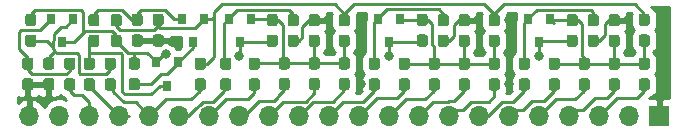
<source format=gtl>
G04 #@! TF.GenerationSoftware,KiCad,Pcbnew,(5.1.6-0)*
G04 #@! TF.CreationDate,2023-03-04T09:46:59+01:00*
G04 #@! TF.ProjectId,Vidiot,56696469-6f74-42e6-9b69-6361645f7063,rev?*
G04 #@! TF.SameCoordinates,Original*
G04 #@! TF.FileFunction,Copper,L1,Top*
G04 #@! TF.FilePolarity,Positive*
%FSLAX46Y46*%
G04 Gerber Fmt 4.6, Leading zero omitted, Abs format (unit mm)*
G04 Created by KiCad (PCBNEW (5.1.6-0)) date 2023-03-04 09:46:59*
%MOMM*%
%LPD*%
G01*
G04 APERTURE LIST*
G04 #@! TA.AperFunction,SMDPad,CuDef*
%ADD10R,0.800000X0.900000*%
G04 #@! TD*
G04 #@! TA.AperFunction,ComponentPad*
%ADD11O,1.700000X1.700000*%
G04 #@! TD*
G04 #@! TA.AperFunction,ComponentPad*
%ADD12R,1.700000X1.700000*%
G04 #@! TD*
G04 #@! TA.AperFunction,ViaPad*
%ADD13C,0.800000*%
G04 #@! TD*
G04 #@! TA.AperFunction,Conductor*
%ADD14C,0.250000*%
G04 #@! TD*
G04 #@! TA.AperFunction,Conductor*
%ADD15C,0.254000*%
G04 #@! TD*
G04 APERTURE END LIST*
G04 #@! TA.AperFunction,SMDPad,CuDef*
G36*
G01*
X46084500Y-56546000D02*
X45609500Y-56546000D01*
G75*
G02*
X45372000Y-56308500I0J237500D01*
G01*
X45372000Y-55733500D01*
G75*
G02*
X45609500Y-55496000I237500J0D01*
G01*
X46084500Y-55496000D01*
G75*
G02*
X46322000Y-55733500I0J-237500D01*
G01*
X46322000Y-56308500D01*
G75*
G02*
X46084500Y-56546000I-237500J0D01*
G01*
G37*
G04 #@! TD.AperFunction*
G04 #@! TA.AperFunction,SMDPad,CuDef*
G36*
G01*
X46084500Y-58296000D02*
X45609500Y-58296000D01*
G75*
G02*
X45372000Y-58058500I0J237500D01*
G01*
X45372000Y-57483500D01*
G75*
G02*
X45609500Y-57246000I237500J0D01*
G01*
X46084500Y-57246000D01*
G75*
G02*
X46322000Y-57483500I0J-237500D01*
G01*
X46322000Y-58058500D01*
G75*
G02*
X46084500Y-58296000I-237500J0D01*
G01*
G37*
G04 #@! TD.AperFunction*
G04 #@! TA.AperFunction,SMDPad,CuDef*
G36*
G01*
X47387500Y-57260000D02*
X47862500Y-57260000D01*
G75*
G02*
X48100000Y-57497500I0J-237500D01*
G01*
X48100000Y-58072500D01*
G75*
G02*
X47862500Y-58310000I-237500J0D01*
G01*
X47387500Y-58310000D01*
G75*
G02*
X47150000Y-58072500I0J237500D01*
G01*
X47150000Y-57497500D01*
G75*
G02*
X47387500Y-57260000I237500J0D01*
G01*
G37*
G04 #@! TD.AperFunction*
G04 #@! TA.AperFunction,SMDPad,CuDef*
G36*
G01*
X47387500Y-55510000D02*
X47862500Y-55510000D01*
G75*
G02*
X48100000Y-55747500I0J-237500D01*
G01*
X48100000Y-56322500D01*
G75*
G02*
X47862500Y-56560000I-237500J0D01*
G01*
X47387500Y-56560000D01*
G75*
G02*
X47150000Y-56322500I0J237500D01*
G01*
X47150000Y-55747500D01*
G75*
G02*
X47387500Y-55510000I237500J0D01*
G01*
G37*
G04 #@! TD.AperFunction*
G04 #@! TA.AperFunction,SMDPad,CuDef*
G36*
G01*
X44306500Y-56560000D02*
X43831500Y-56560000D01*
G75*
G02*
X43594000Y-56322500I0J237500D01*
G01*
X43594000Y-55747500D01*
G75*
G02*
X43831500Y-55510000I237500J0D01*
G01*
X44306500Y-55510000D01*
G75*
G02*
X44544000Y-55747500I0J-237500D01*
G01*
X44544000Y-56322500D01*
G75*
G02*
X44306500Y-56560000I-237500J0D01*
G01*
G37*
G04 #@! TD.AperFunction*
G04 #@! TA.AperFunction,SMDPad,CuDef*
G36*
G01*
X44306500Y-58310000D02*
X43831500Y-58310000D01*
G75*
G02*
X43594000Y-58072500I0J237500D01*
G01*
X43594000Y-57497500D01*
G75*
G02*
X43831500Y-57260000I237500J0D01*
G01*
X44306500Y-57260000D01*
G75*
G02*
X44544000Y-57497500I0J-237500D01*
G01*
X44544000Y-58072500D01*
G75*
G02*
X44306500Y-58310000I-237500J0D01*
G01*
G37*
G04 #@! TD.AperFunction*
G04 #@! TA.AperFunction,SMDPad,CuDef*
G36*
G01*
X50816500Y-57260000D02*
X51291500Y-57260000D01*
G75*
G02*
X51529000Y-57497500I0J-237500D01*
G01*
X51529000Y-58072500D01*
G75*
G02*
X51291500Y-58310000I-237500J0D01*
G01*
X50816500Y-58310000D01*
G75*
G02*
X50579000Y-58072500I0J237500D01*
G01*
X50579000Y-57497500D01*
G75*
G02*
X50816500Y-57260000I237500J0D01*
G01*
G37*
G04 #@! TD.AperFunction*
G04 #@! TA.AperFunction,SMDPad,CuDef*
G36*
G01*
X50816500Y-55510000D02*
X51291500Y-55510000D01*
G75*
G02*
X51529000Y-55747500I0J-237500D01*
G01*
X51529000Y-56322500D01*
G75*
G02*
X51291500Y-56560000I-237500J0D01*
G01*
X50816500Y-56560000D01*
G75*
G02*
X50579000Y-56322500I0J237500D01*
G01*
X50579000Y-55747500D01*
G75*
G02*
X50816500Y-55510000I237500J0D01*
G01*
G37*
G04 #@! TD.AperFunction*
G04 #@! TA.AperFunction,SMDPad,CuDef*
G36*
G01*
X44560500Y-52863000D02*
X44085500Y-52863000D01*
G75*
G02*
X43848000Y-52625500I0J237500D01*
G01*
X43848000Y-52050500D01*
G75*
G02*
X44085500Y-51813000I237500J0D01*
G01*
X44560500Y-51813000D01*
G75*
G02*
X44798000Y-52050500I0J-237500D01*
G01*
X44798000Y-52625500D01*
G75*
G02*
X44560500Y-52863000I-237500J0D01*
G01*
G37*
G04 #@! TD.AperFunction*
G04 #@! TA.AperFunction,SMDPad,CuDef*
G36*
G01*
X44560500Y-54613000D02*
X44085500Y-54613000D01*
G75*
G02*
X43848000Y-54375500I0J237500D01*
G01*
X43848000Y-53800500D01*
G75*
G02*
X44085500Y-53563000I237500J0D01*
G01*
X44560500Y-53563000D01*
G75*
G02*
X44798000Y-53800500I0J-237500D01*
G01*
X44798000Y-54375500D01*
G75*
G02*
X44560500Y-54613000I-237500J0D01*
G01*
G37*
G04 #@! TD.AperFunction*
D10*
X46990000Y-54229000D03*
X46040000Y-52229000D03*
X47940000Y-52229000D03*
G04 #@! TA.AperFunction,SMDPad,CuDef*
G36*
G01*
X49038500Y-57260000D02*
X49513500Y-57260000D01*
G75*
G02*
X49751000Y-57497500I0J-237500D01*
G01*
X49751000Y-58072500D01*
G75*
G02*
X49513500Y-58310000I-237500J0D01*
G01*
X49038500Y-58310000D01*
G75*
G02*
X48801000Y-58072500I0J237500D01*
G01*
X48801000Y-57497500D01*
G75*
G02*
X49038500Y-57260000I237500J0D01*
G01*
G37*
G04 #@! TD.AperFunction*
G04 #@! TA.AperFunction,SMDPad,CuDef*
G36*
G01*
X49038500Y-55510000D02*
X49513500Y-55510000D01*
G75*
G02*
X49751000Y-55747500I0J-237500D01*
G01*
X49751000Y-56322500D01*
G75*
G02*
X49513500Y-56560000I-237500J0D01*
G01*
X49038500Y-56560000D01*
G75*
G02*
X48801000Y-56322500I0J237500D01*
G01*
X48801000Y-55747500D01*
G75*
G02*
X49038500Y-55510000I237500J0D01*
G01*
G37*
G04 #@! TD.AperFunction*
G04 #@! TA.AperFunction,SMDPad,CuDef*
G36*
G01*
X53577500Y-52849000D02*
X53102500Y-52849000D01*
G75*
G02*
X52865000Y-52611500I0J237500D01*
G01*
X52865000Y-52036500D01*
G75*
G02*
X53102500Y-51799000I237500J0D01*
G01*
X53577500Y-51799000D01*
G75*
G02*
X53815000Y-52036500I0J-237500D01*
G01*
X53815000Y-52611500D01*
G75*
G02*
X53577500Y-52849000I-237500J0D01*
G01*
G37*
G04 #@! TD.AperFunction*
G04 #@! TA.AperFunction,SMDPad,CuDef*
G36*
G01*
X53577500Y-54599000D02*
X53102500Y-54599000D01*
G75*
G02*
X52865000Y-54361500I0J237500D01*
G01*
X52865000Y-53786500D01*
G75*
G02*
X53102500Y-53549000I237500J0D01*
G01*
X53577500Y-53549000D01*
G75*
G02*
X53815000Y-53786500I0J-237500D01*
G01*
X53815000Y-54361500D01*
G75*
G02*
X53577500Y-54599000I-237500J0D01*
G01*
G37*
G04 #@! TD.AperFunction*
G04 #@! TA.AperFunction,SMDPad,CuDef*
G36*
G01*
X49419500Y-53577000D02*
X49894500Y-53577000D01*
G75*
G02*
X50132000Y-53814500I0J-237500D01*
G01*
X50132000Y-54389500D01*
G75*
G02*
X49894500Y-54627000I-237500J0D01*
G01*
X49419500Y-54627000D01*
G75*
G02*
X49182000Y-54389500I0J237500D01*
G01*
X49182000Y-53814500D01*
G75*
G02*
X49419500Y-53577000I237500J0D01*
G01*
G37*
G04 #@! TD.AperFunction*
G04 #@! TA.AperFunction,SMDPad,CuDef*
G36*
G01*
X49419500Y-51827000D02*
X49894500Y-51827000D01*
G75*
G02*
X50132000Y-52064500I0J-237500D01*
G01*
X50132000Y-52639500D01*
G75*
G02*
X49894500Y-52877000I-237500J0D01*
G01*
X49419500Y-52877000D01*
G75*
G02*
X49182000Y-52639500I0J237500D01*
G01*
X49182000Y-52064500D01*
G75*
G02*
X49419500Y-51827000I237500J0D01*
G01*
G37*
G04 #@! TD.AperFunction*
G04 #@! TA.AperFunction,SMDPad,CuDef*
G36*
G01*
X53323500Y-56546000D02*
X52848500Y-56546000D01*
G75*
G02*
X52611000Y-56308500I0J237500D01*
G01*
X52611000Y-55733500D01*
G75*
G02*
X52848500Y-55496000I237500J0D01*
G01*
X53323500Y-55496000D01*
G75*
G02*
X53561000Y-55733500I0J-237500D01*
G01*
X53561000Y-56308500D01*
G75*
G02*
X53323500Y-56546000I-237500J0D01*
G01*
G37*
G04 #@! TD.AperFunction*
G04 #@! TA.AperFunction,SMDPad,CuDef*
G36*
G01*
X53323500Y-58296000D02*
X52848500Y-58296000D01*
G75*
G02*
X52611000Y-58058500I0J237500D01*
G01*
X52611000Y-57483500D01*
G75*
G02*
X52848500Y-57246000I237500J0D01*
G01*
X53323500Y-57246000D01*
G75*
G02*
X53561000Y-57483500I0J-237500D01*
G01*
X53561000Y-58058500D01*
G75*
G02*
X53323500Y-58296000I-237500J0D01*
G01*
G37*
G04 #@! TD.AperFunction*
G04 #@! TA.AperFunction,SMDPad,CuDef*
G36*
G01*
X55355500Y-52849000D02*
X54880500Y-52849000D01*
G75*
G02*
X54643000Y-52611500I0J237500D01*
G01*
X54643000Y-52036500D01*
G75*
G02*
X54880500Y-51799000I237500J0D01*
G01*
X55355500Y-51799000D01*
G75*
G02*
X55593000Y-52036500I0J-237500D01*
G01*
X55593000Y-52611500D01*
G75*
G02*
X55355500Y-52849000I-237500J0D01*
G01*
G37*
G04 #@! TD.AperFunction*
G04 #@! TA.AperFunction,SMDPad,CuDef*
G36*
G01*
X55355500Y-54599000D02*
X54880500Y-54599000D01*
G75*
G02*
X54643000Y-54361500I0J237500D01*
G01*
X54643000Y-53786500D01*
G75*
G02*
X54880500Y-53549000I237500J0D01*
G01*
X55355500Y-53549000D01*
G75*
G02*
X55593000Y-53786500I0J-237500D01*
G01*
X55593000Y-54361500D01*
G75*
G02*
X55355500Y-54599000I-237500J0D01*
G01*
G37*
G04 #@! TD.AperFunction*
G04 #@! TA.AperFunction,SMDPad,CuDef*
G36*
G01*
X51324500Y-53577000D02*
X51799500Y-53577000D01*
G75*
G02*
X52037000Y-53814500I0J-237500D01*
G01*
X52037000Y-54389500D01*
G75*
G02*
X51799500Y-54627000I-237500J0D01*
G01*
X51324500Y-54627000D01*
G75*
G02*
X51087000Y-54389500I0J237500D01*
G01*
X51087000Y-53814500D01*
G75*
G02*
X51324500Y-53577000I237500J0D01*
G01*
G37*
G04 #@! TD.AperFunction*
G04 #@! TA.AperFunction,SMDPad,CuDef*
G36*
G01*
X51324500Y-51827000D02*
X51799500Y-51827000D01*
G75*
G02*
X52037000Y-52064500I0J-237500D01*
G01*
X52037000Y-52639500D01*
G75*
G02*
X51799500Y-52877000I-237500J0D01*
G01*
X51324500Y-52877000D01*
G75*
G02*
X51087000Y-52639500I0J237500D01*
G01*
X51087000Y-52064500D01*
G75*
G02*
X51324500Y-51827000I237500J0D01*
G01*
G37*
G04 #@! TD.AperFunction*
G04 #@! TA.AperFunction,SMDPad,CuDef*
G36*
G01*
X70628500Y-53577000D02*
X71103500Y-53577000D01*
G75*
G02*
X71341000Y-53814500I0J-237500D01*
G01*
X71341000Y-54389500D01*
G75*
G02*
X71103500Y-54627000I-237500J0D01*
G01*
X70628500Y-54627000D01*
G75*
G02*
X70391000Y-54389500I0J237500D01*
G01*
X70391000Y-53814500D01*
G75*
G02*
X70628500Y-53577000I237500J0D01*
G01*
G37*
G04 #@! TD.AperFunction*
G04 #@! TA.AperFunction,SMDPad,CuDef*
G36*
G01*
X70628500Y-51827000D02*
X71103500Y-51827000D01*
G75*
G02*
X71341000Y-52064500I0J-237500D01*
G01*
X71341000Y-52639500D01*
G75*
G02*
X71103500Y-52877000I-237500J0D01*
G01*
X70628500Y-52877000D01*
G75*
G02*
X70391000Y-52639500I0J237500D01*
G01*
X70391000Y-52064500D01*
G75*
G02*
X70628500Y-51827000I237500J0D01*
G01*
G37*
G04 #@! TD.AperFunction*
G04 #@! TA.AperFunction,SMDPad,CuDef*
G36*
G01*
X83328500Y-53577000D02*
X83803500Y-53577000D01*
G75*
G02*
X84041000Y-53814500I0J-237500D01*
G01*
X84041000Y-54389500D01*
G75*
G02*
X83803500Y-54627000I-237500J0D01*
G01*
X83328500Y-54627000D01*
G75*
G02*
X83091000Y-54389500I0J237500D01*
G01*
X83091000Y-53814500D01*
G75*
G02*
X83328500Y-53577000I237500J0D01*
G01*
G37*
G04 #@! TD.AperFunction*
G04 #@! TA.AperFunction,SMDPad,CuDef*
G36*
G01*
X83328500Y-51827000D02*
X83803500Y-51827000D01*
G75*
G02*
X84041000Y-52064500I0J-237500D01*
G01*
X84041000Y-52639500D01*
G75*
G02*
X83803500Y-52877000I-237500J0D01*
G01*
X83328500Y-52877000D01*
G75*
G02*
X83091000Y-52639500I0J237500D01*
G01*
X83091000Y-52064500D01*
G75*
G02*
X83328500Y-51827000I237500J0D01*
G01*
G37*
G04 #@! TD.AperFunction*
G04 #@! TA.AperFunction,SMDPad,CuDef*
G36*
G01*
X96028500Y-53549000D02*
X96503500Y-53549000D01*
G75*
G02*
X96741000Y-53786500I0J-237500D01*
G01*
X96741000Y-54361500D01*
G75*
G02*
X96503500Y-54599000I-237500J0D01*
G01*
X96028500Y-54599000D01*
G75*
G02*
X95791000Y-54361500I0J237500D01*
G01*
X95791000Y-53786500D01*
G75*
G02*
X96028500Y-53549000I237500J0D01*
G01*
G37*
G04 #@! TD.AperFunction*
G04 #@! TA.AperFunction,SMDPad,CuDef*
G36*
G01*
X96028500Y-51799000D02*
X96503500Y-51799000D01*
G75*
G02*
X96741000Y-52036500I0J-237500D01*
G01*
X96741000Y-52611500D01*
G75*
G02*
X96503500Y-52849000I-237500J0D01*
G01*
X96028500Y-52849000D01*
G75*
G02*
X95791000Y-52611500I0J237500D01*
G01*
X95791000Y-52036500D01*
G75*
G02*
X96028500Y-51799000I237500J0D01*
G01*
G37*
G04 #@! TD.AperFunction*
G04 #@! TA.AperFunction,SMDPad,CuDef*
G36*
G01*
X58436500Y-57260000D02*
X58911500Y-57260000D01*
G75*
G02*
X59149000Y-57497500I0J-237500D01*
G01*
X59149000Y-58072500D01*
G75*
G02*
X58911500Y-58310000I-237500J0D01*
G01*
X58436500Y-58310000D01*
G75*
G02*
X58199000Y-58072500I0J237500D01*
G01*
X58199000Y-57497500D01*
G75*
G02*
X58436500Y-57260000I237500J0D01*
G01*
G37*
G04 #@! TD.AperFunction*
G04 #@! TA.AperFunction,SMDPad,CuDef*
G36*
G01*
X58436500Y-55510000D02*
X58911500Y-55510000D01*
G75*
G02*
X59149000Y-55747500I0J-237500D01*
G01*
X59149000Y-56322500D01*
G75*
G02*
X58911500Y-56560000I-237500J0D01*
G01*
X58436500Y-56560000D01*
G75*
G02*
X58199000Y-56322500I0J237500D01*
G01*
X58199000Y-55747500D01*
G75*
G02*
X58436500Y-55510000I237500J0D01*
G01*
G37*
G04 #@! TD.AperFunction*
X58039000Y-54229000D03*
X57089000Y-52229000D03*
X58989000Y-52229000D03*
G04 #@! TA.AperFunction,SMDPad,CuDef*
G36*
G01*
X60595500Y-57260000D02*
X61070500Y-57260000D01*
G75*
G02*
X61308000Y-57497500I0J-237500D01*
G01*
X61308000Y-58072500D01*
G75*
G02*
X61070500Y-58310000I-237500J0D01*
G01*
X60595500Y-58310000D01*
G75*
G02*
X60358000Y-58072500I0J237500D01*
G01*
X60358000Y-57497500D01*
G75*
G02*
X60595500Y-57260000I237500J0D01*
G01*
G37*
G04 #@! TD.AperFunction*
G04 #@! TA.AperFunction,SMDPad,CuDef*
G36*
G01*
X60595500Y-55510000D02*
X61070500Y-55510000D01*
G75*
G02*
X61308000Y-55747500I0J-237500D01*
G01*
X61308000Y-56322500D01*
G75*
G02*
X61070500Y-56560000I-237500J0D01*
G01*
X60595500Y-56560000D01*
G75*
G02*
X60358000Y-56322500I0J237500D01*
G01*
X60358000Y-55747500D01*
G75*
G02*
X60595500Y-55510000I237500J0D01*
G01*
G37*
G04 #@! TD.AperFunction*
G04 #@! TA.AperFunction,SMDPad,CuDef*
G36*
G01*
X66785500Y-52877000D02*
X66310500Y-52877000D01*
G75*
G02*
X66073000Y-52639500I0J237500D01*
G01*
X66073000Y-52064500D01*
G75*
G02*
X66310500Y-51827000I237500J0D01*
G01*
X66785500Y-51827000D01*
G75*
G02*
X67023000Y-52064500I0J-237500D01*
G01*
X67023000Y-52639500D01*
G75*
G02*
X66785500Y-52877000I-237500J0D01*
G01*
G37*
G04 #@! TD.AperFunction*
G04 #@! TA.AperFunction,SMDPad,CuDef*
G36*
G01*
X66785500Y-54627000D02*
X66310500Y-54627000D01*
G75*
G02*
X66073000Y-54389500I0J237500D01*
G01*
X66073000Y-53814500D01*
G75*
G02*
X66310500Y-53577000I237500J0D01*
G01*
X66785500Y-53577000D01*
G75*
G02*
X67023000Y-53814500I0J-237500D01*
G01*
X67023000Y-54389500D01*
G75*
G02*
X66785500Y-54627000I-237500J0D01*
G01*
G37*
G04 #@! TD.AperFunction*
G04 #@! TA.AperFunction,SMDPad,CuDef*
G36*
G01*
X68088500Y-53577000D02*
X68563500Y-53577000D01*
G75*
G02*
X68801000Y-53814500I0J-237500D01*
G01*
X68801000Y-54389500D01*
G75*
G02*
X68563500Y-54627000I-237500J0D01*
G01*
X68088500Y-54627000D01*
G75*
G02*
X67851000Y-54389500I0J237500D01*
G01*
X67851000Y-53814500D01*
G75*
G02*
X68088500Y-53577000I237500J0D01*
G01*
G37*
G04 #@! TD.AperFunction*
G04 #@! TA.AperFunction,SMDPad,CuDef*
G36*
G01*
X68088500Y-51827000D02*
X68563500Y-51827000D01*
G75*
G02*
X68801000Y-52064500I0J-237500D01*
G01*
X68801000Y-52639500D01*
G75*
G02*
X68563500Y-52877000I-237500J0D01*
G01*
X68088500Y-52877000D01*
G75*
G02*
X67851000Y-52639500I0J237500D01*
G01*
X67851000Y-52064500D01*
G75*
G02*
X68088500Y-51827000I237500J0D01*
G01*
G37*
G04 #@! TD.AperFunction*
G04 #@! TA.AperFunction,SMDPad,CuDef*
G36*
G01*
X64532500Y-53563000D02*
X65007500Y-53563000D01*
G75*
G02*
X65245000Y-53800500I0J-237500D01*
G01*
X65245000Y-54375500D01*
G75*
G02*
X65007500Y-54613000I-237500J0D01*
G01*
X64532500Y-54613000D01*
G75*
G02*
X64295000Y-54375500I0J237500D01*
G01*
X64295000Y-53800500D01*
G75*
G02*
X64532500Y-53563000I237500J0D01*
G01*
G37*
G04 #@! TD.AperFunction*
G04 #@! TA.AperFunction,SMDPad,CuDef*
G36*
G01*
X64532500Y-51813000D02*
X65007500Y-51813000D01*
G75*
G02*
X65245000Y-52050500I0J-237500D01*
G01*
X65245000Y-52625500D01*
G75*
G02*
X65007500Y-52863000I-237500J0D01*
G01*
X64532500Y-52863000D01*
G75*
G02*
X64295000Y-52625500I0J237500D01*
G01*
X64295000Y-52050500D01*
G75*
G02*
X64532500Y-51813000I237500J0D01*
G01*
G37*
G04 #@! TD.AperFunction*
G04 #@! TA.AperFunction,SMDPad,CuDef*
G36*
G01*
X63008500Y-57260000D02*
X63483500Y-57260000D01*
G75*
G02*
X63721000Y-57497500I0J-237500D01*
G01*
X63721000Y-58072500D01*
G75*
G02*
X63483500Y-58310000I-237500J0D01*
G01*
X63008500Y-58310000D01*
G75*
G02*
X62771000Y-58072500I0J237500D01*
G01*
X62771000Y-57497500D01*
G75*
G02*
X63008500Y-57260000I237500J0D01*
G01*
G37*
G04 #@! TD.AperFunction*
G04 #@! TA.AperFunction,SMDPad,CuDef*
G36*
G01*
X63008500Y-55510000D02*
X63483500Y-55510000D01*
G75*
G02*
X63721000Y-55747500I0J-237500D01*
G01*
X63721000Y-56322500D01*
G75*
G02*
X63483500Y-56560000I-237500J0D01*
G01*
X63008500Y-56560000D01*
G75*
G02*
X62771000Y-56322500I0J237500D01*
G01*
X62771000Y-55747500D01*
G75*
G02*
X63008500Y-55510000I237500J0D01*
G01*
G37*
G04 #@! TD.AperFunction*
G04 #@! TA.AperFunction,SMDPad,CuDef*
G36*
G01*
X65548500Y-57232000D02*
X66023500Y-57232000D01*
G75*
G02*
X66261000Y-57469500I0J-237500D01*
G01*
X66261000Y-58044500D01*
G75*
G02*
X66023500Y-58282000I-237500J0D01*
G01*
X65548500Y-58282000D01*
G75*
G02*
X65311000Y-58044500I0J237500D01*
G01*
X65311000Y-57469500D01*
G75*
G02*
X65548500Y-57232000I237500J0D01*
G01*
G37*
G04 #@! TD.AperFunction*
G04 #@! TA.AperFunction,SMDPad,CuDef*
G36*
G01*
X65548500Y-55482000D02*
X66023500Y-55482000D01*
G75*
G02*
X66261000Y-55719500I0J-237500D01*
G01*
X66261000Y-56294500D01*
G75*
G02*
X66023500Y-56532000I-237500J0D01*
G01*
X65548500Y-56532000D01*
G75*
G02*
X65311000Y-56294500I0J237500D01*
G01*
X65311000Y-55719500D01*
G75*
G02*
X65548500Y-55482000I237500J0D01*
G01*
G37*
G04 #@! TD.AperFunction*
G04 #@! TA.AperFunction,SMDPad,CuDef*
G36*
G01*
X68088500Y-57232000D02*
X68563500Y-57232000D01*
G75*
G02*
X68801000Y-57469500I0J-237500D01*
G01*
X68801000Y-58044500D01*
G75*
G02*
X68563500Y-58282000I-237500J0D01*
G01*
X68088500Y-58282000D01*
G75*
G02*
X67851000Y-58044500I0J237500D01*
G01*
X67851000Y-57469500D01*
G75*
G02*
X68088500Y-57232000I237500J0D01*
G01*
G37*
G04 #@! TD.AperFunction*
G04 #@! TA.AperFunction,SMDPad,CuDef*
G36*
G01*
X68088500Y-55482000D02*
X68563500Y-55482000D01*
G75*
G02*
X68801000Y-55719500I0J-237500D01*
G01*
X68801000Y-56294500D01*
G75*
G02*
X68563500Y-56532000I-237500J0D01*
G01*
X68088500Y-56532000D01*
G75*
G02*
X67851000Y-56294500I0J237500D01*
G01*
X67851000Y-55719500D01*
G75*
G02*
X68088500Y-55482000I237500J0D01*
G01*
G37*
G04 #@! TD.AperFunction*
G04 #@! TA.AperFunction,SMDPad,CuDef*
G36*
G01*
X70628500Y-57232000D02*
X71103500Y-57232000D01*
G75*
G02*
X71341000Y-57469500I0J-237500D01*
G01*
X71341000Y-58044500D01*
G75*
G02*
X71103500Y-58282000I-237500J0D01*
G01*
X70628500Y-58282000D01*
G75*
G02*
X70391000Y-58044500I0J237500D01*
G01*
X70391000Y-57469500D01*
G75*
G02*
X70628500Y-57232000I237500J0D01*
G01*
G37*
G04 #@! TD.AperFunction*
G04 #@! TA.AperFunction,SMDPad,CuDef*
G36*
G01*
X70628500Y-55482000D02*
X71103500Y-55482000D01*
G75*
G02*
X71341000Y-55719500I0J-237500D01*
G01*
X71341000Y-56294500D01*
G75*
G02*
X71103500Y-56532000I-237500J0D01*
G01*
X70628500Y-56532000D01*
G75*
G02*
X70391000Y-56294500I0J237500D01*
G01*
X70391000Y-55719500D01*
G75*
G02*
X70628500Y-55482000I237500J0D01*
G01*
G37*
G04 #@! TD.AperFunction*
G04 #@! TA.AperFunction,SMDPad,CuDef*
G36*
G01*
X73168500Y-57260000D02*
X73643500Y-57260000D01*
G75*
G02*
X73881000Y-57497500I0J-237500D01*
G01*
X73881000Y-58072500D01*
G75*
G02*
X73643500Y-58310000I-237500J0D01*
G01*
X73168500Y-58310000D01*
G75*
G02*
X72931000Y-58072500I0J237500D01*
G01*
X72931000Y-57497500D01*
G75*
G02*
X73168500Y-57260000I237500J0D01*
G01*
G37*
G04 #@! TD.AperFunction*
G04 #@! TA.AperFunction,SMDPad,CuDef*
G36*
G01*
X73168500Y-55510000D02*
X73643500Y-55510000D01*
G75*
G02*
X73881000Y-55747500I0J-237500D01*
G01*
X73881000Y-56322500D01*
G75*
G02*
X73643500Y-56560000I-237500J0D01*
G01*
X73168500Y-56560000D01*
G75*
G02*
X72931000Y-56322500I0J237500D01*
G01*
X72931000Y-55747500D01*
G75*
G02*
X73168500Y-55510000I237500J0D01*
G01*
G37*
G04 #@! TD.AperFunction*
G04 #@! TA.AperFunction,SMDPad,CuDef*
G36*
G01*
X79485500Y-52877000D02*
X79010500Y-52877000D01*
G75*
G02*
X78773000Y-52639500I0J237500D01*
G01*
X78773000Y-52064500D01*
G75*
G02*
X79010500Y-51827000I237500J0D01*
G01*
X79485500Y-51827000D01*
G75*
G02*
X79723000Y-52064500I0J-237500D01*
G01*
X79723000Y-52639500D01*
G75*
G02*
X79485500Y-52877000I-237500J0D01*
G01*
G37*
G04 #@! TD.AperFunction*
G04 #@! TA.AperFunction,SMDPad,CuDef*
G36*
G01*
X79485500Y-54627000D02*
X79010500Y-54627000D01*
G75*
G02*
X78773000Y-54389500I0J237500D01*
G01*
X78773000Y-53814500D01*
G75*
G02*
X79010500Y-53577000I237500J0D01*
G01*
X79485500Y-53577000D01*
G75*
G02*
X79723000Y-53814500I0J-237500D01*
G01*
X79723000Y-54389500D01*
G75*
G02*
X79485500Y-54627000I-237500J0D01*
G01*
G37*
G04 #@! TD.AperFunction*
G04 #@! TA.AperFunction,SMDPad,CuDef*
G36*
G01*
X80788500Y-53577000D02*
X81263500Y-53577000D01*
G75*
G02*
X81501000Y-53814500I0J-237500D01*
G01*
X81501000Y-54389500D01*
G75*
G02*
X81263500Y-54627000I-237500J0D01*
G01*
X80788500Y-54627000D01*
G75*
G02*
X80551000Y-54389500I0J237500D01*
G01*
X80551000Y-53814500D01*
G75*
G02*
X80788500Y-53577000I237500J0D01*
G01*
G37*
G04 #@! TD.AperFunction*
G04 #@! TA.AperFunction,SMDPad,CuDef*
G36*
G01*
X80788500Y-51827000D02*
X81263500Y-51827000D01*
G75*
G02*
X81501000Y-52064500I0J-237500D01*
G01*
X81501000Y-52639500D01*
G75*
G02*
X81263500Y-52877000I-237500J0D01*
G01*
X80788500Y-52877000D01*
G75*
G02*
X80551000Y-52639500I0J237500D01*
G01*
X80551000Y-52064500D01*
G75*
G02*
X80788500Y-51827000I237500J0D01*
G01*
G37*
G04 #@! TD.AperFunction*
G04 #@! TA.AperFunction,SMDPad,CuDef*
G36*
G01*
X77232500Y-53549000D02*
X77707500Y-53549000D01*
G75*
G02*
X77945000Y-53786500I0J-237500D01*
G01*
X77945000Y-54361500D01*
G75*
G02*
X77707500Y-54599000I-237500J0D01*
G01*
X77232500Y-54599000D01*
G75*
G02*
X76995000Y-54361500I0J237500D01*
G01*
X76995000Y-53786500D01*
G75*
G02*
X77232500Y-53549000I237500J0D01*
G01*
G37*
G04 #@! TD.AperFunction*
G04 #@! TA.AperFunction,SMDPad,CuDef*
G36*
G01*
X77232500Y-51799000D02*
X77707500Y-51799000D01*
G75*
G02*
X77945000Y-52036500I0J-237500D01*
G01*
X77945000Y-52611500D01*
G75*
G02*
X77707500Y-52849000I-237500J0D01*
G01*
X77232500Y-52849000D01*
G75*
G02*
X76995000Y-52611500I0J237500D01*
G01*
X76995000Y-52036500D01*
G75*
G02*
X77232500Y-51799000I237500J0D01*
G01*
G37*
G04 #@! TD.AperFunction*
G04 #@! TA.AperFunction,SMDPad,CuDef*
G36*
G01*
X75708500Y-57260000D02*
X76183500Y-57260000D01*
G75*
G02*
X76421000Y-57497500I0J-237500D01*
G01*
X76421000Y-58072500D01*
G75*
G02*
X76183500Y-58310000I-237500J0D01*
G01*
X75708500Y-58310000D01*
G75*
G02*
X75471000Y-58072500I0J237500D01*
G01*
X75471000Y-57497500D01*
G75*
G02*
X75708500Y-57260000I237500J0D01*
G01*
G37*
G04 #@! TD.AperFunction*
G04 #@! TA.AperFunction,SMDPad,CuDef*
G36*
G01*
X75708500Y-55510000D02*
X76183500Y-55510000D01*
G75*
G02*
X76421000Y-55747500I0J-237500D01*
G01*
X76421000Y-56322500D01*
G75*
G02*
X76183500Y-56560000I-237500J0D01*
G01*
X75708500Y-56560000D01*
G75*
G02*
X75471000Y-56322500I0J237500D01*
G01*
X75471000Y-55747500D01*
G75*
G02*
X75708500Y-55510000I237500J0D01*
G01*
G37*
G04 #@! TD.AperFunction*
G04 #@! TA.AperFunction,SMDPad,CuDef*
G36*
G01*
X78248500Y-57260000D02*
X78723500Y-57260000D01*
G75*
G02*
X78961000Y-57497500I0J-237500D01*
G01*
X78961000Y-58072500D01*
G75*
G02*
X78723500Y-58310000I-237500J0D01*
G01*
X78248500Y-58310000D01*
G75*
G02*
X78011000Y-58072500I0J237500D01*
G01*
X78011000Y-57497500D01*
G75*
G02*
X78248500Y-57260000I237500J0D01*
G01*
G37*
G04 #@! TD.AperFunction*
G04 #@! TA.AperFunction,SMDPad,CuDef*
G36*
G01*
X78248500Y-55510000D02*
X78723500Y-55510000D01*
G75*
G02*
X78961000Y-55747500I0J-237500D01*
G01*
X78961000Y-56322500D01*
G75*
G02*
X78723500Y-56560000I-237500J0D01*
G01*
X78248500Y-56560000D01*
G75*
G02*
X78011000Y-56322500I0J237500D01*
G01*
X78011000Y-55747500D01*
G75*
G02*
X78248500Y-55510000I237500J0D01*
G01*
G37*
G04 #@! TD.AperFunction*
G04 #@! TA.AperFunction,SMDPad,CuDef*
G36*
G01*
X80788500Y-57260000D02*
X81263500Y-57260000D01*
G75*
G02*
X81501000Y-57497500I0J-237500D01*
G01*
X81501000Y-58072500D01*
G75*
G02*
X81263500Y-58310000I-237500J0D01*
G01*
X80788500Y-58310000D01*
G75*
G02*
X80551000Y-58072500I0J237500D01*
G01*
X80551000Y-57497500D01*
G75*
G02*
X80788500Y-57260000I237500J0D01*
G01*
G37*
G04 #@! TD.AperFunction*
G04 #@! TA.AperFunction,SMDPad,CuDef*
G36*
G01*
X80788500Y-55510000D02*
X81263500Y-55510000D01*
G75*
G02*
X81501000Y-55747500I0J-237500D01*
G01*
X81501000Y-56322500D01*
G75*
G02*
X81263500Y-56560000I-237500J0D01*
G01*
X80788500Y-56560000D01*
G75*
G02*
X80551000Y-56322500I0J237500D01*
G01*
X80551000Y-55747500D01*
G75*
G02*
X80788500Y-55510000I237500J0D01*
G01*
G37*
G04 #@! TD.AperFunction*
G04 #@! TA.AperFunction,SMDPad,CuDef*
G36*
G01*
X83328500Y-57260000D02*
X83803500Y-57260000D01*
G75*
G02*
X84041000Y-57497500I0J-237500D01*
G01*
X84041000Y-58072500D01*
G75*
G02*
X83803500Y-58310000I-237500J0D01*
G01*
X83328500Y-58310000D01*
G75*
G02*
X83091000Y-58072500I0J237500D01*
G01*
X83091000Y-57497500D01*
G75*
G02*
X83328500Y-57260000I237500J0D01*
G01*
G37*
G04 #@! TD.AperFunction*
G04 #@! TA.AperFunction,SMDPad,CuDef*
G36*
G01*
X83328500Y-55510000D02*
X83803500Y-55510000D01*
G75*
G02*
X84041000Y-55747500I0J-237500D01*
G01*
X84041000Y-56322500D01*
G75*
G02*
X83803500Y-56560000I-237500J0D01*
G01*
X83328500Y-56560000D01*
G75*
G02*
X83091000Y-56322500I0J237500D01*
G01*
X83091000Y-55747500D01*
G75*
G02*
X83328500Y-55510000I237500J0D01*
G01*
G37*
G04 #@! TD.AperFunction*
G04 #@! TA.AperFunction,SMDPad,CuDef*
G36*
G01*
X85868500Y-57260000D02*
X86343500Y-57260000D01*
G75*
G02*
X86581000Y-57497500I0J-237500D01*
G01*
X86581000Y-58072500D01*
G75*
G02*
X86343500Y-58310000I-237500J0D01*
G01*
X85868500Y-58310000D01*
G75*
G02*
X85631000Y-58072500I0J237500D01*
G01*
X85631000Y-57497500D01*
G75*
G02*
X85868500Y-57260000I237500J0D01*
G01*
G37*
G04 #@! TD.AperFunction*
G04 #@! TA.AperFunction,SMDPad,CuDef*
G36*
G01*
X85868500Y-55510000D02*
X86343500Y-55510000D01*
G75*
G02*
X86581000Y-55747500I0J-237500D01*
G01*
X86581000Y-56322500D01*
G75*
G02*
X86343500Y-56560000I-237500J0D01*
G01*
X85868500Y-56560000D01*
G75*
G02*
X85631000Y-56322500I0J237500D01*
G01*
X85631000Y-55747500D01*
G75*
G02*
X85868500Y-55510000I237500J0D01*
G01*
G37*
G04 #@! TD.AperFunction*
G04 #@! TA.AperFunction,SMDPad,CuDef*
G36*
G01*
X92185500Y-52877000D02*
X91710500Y-52877000D01*
G75*
G02*
X91473000Y-52639500I0J237500D01*
G01*
X91473000Y-52064500D01*
G75*
G02*
X91710500Y-51827000I237500J0D01*
G01*
X92185500Y-51827000D01*
G75*
G02*
X92423000Y-52064500I0J-237500D01*
G01*
X92423000Y-52639500D01*
G75*
G02*
X92185500Y-52877000I-237500J0D01*
G01*
G37*
G04 #@! TD.AperFunction*
G04 #@! TA.AperFunction,SMDPad,CuDef*
G36*
G01*
X92185500Y-54627000D02*
X91710500Y-54627000D01*
G75*
G02*
X91473000Y-54389500I0J237500D01*
G01*
X91473000Y-53814500D01*
G75*
G02*
X91710500Y-53577000I237500J0D01*
G01*
X92185500Y-53577000D01*
G75*
G02*
X92423000Y-53814500I0J-237500D01*
G01*
X92423000Y-54389500D01*
G75*
G02*
X92185500Y-54627000I-237500J0D01*
G01*
G37*
G04 #@! TD.AperFunction*
G04 #@! TA.AperFunction,SMDPad,CuDef*
G36*
G01*
X93488500Y-53577000D02*
X93963500Y-53577000D01*
G75*
G02*
X94201000Y-53814500I0J-237500D01*
G01*
X94201000Y-54389500D01*
G75*
G02*
X93963500Y-54627000I-237500J0D01*
G01*
X93488500Y-54627000D01*
G75*
G02*
X93251000Y-54389500I0J237500D01*
G01*
X93251000Y-53814500D01*
G75*
G02*
X93488500Y-53577000I237500J0D01*
G01*
G37*
G04 #@! TD.AperFunction*
G04 #@! TA.AperFunction,SMDPad,CuDef*
G36*
G01*
X93488500Y-51827000D02*
X93963500Y-51827000D01*
G75*
G02*
X94201000Y-52064500I0J-237500D01*
G01*
X94201000Y-52639500D01*
G75*
G02*
X93963500Y-52877000I-237500J0D01*
G01*
X93488500Y-52877000D01*
G75*
G02*
X93251000Y-52639500I0J237500D01*
G01*
X93251000Y-52064500D01*
G75*
G02*
X93488500Y-51827000I237500J0D01*
G01*
G37*
G04 #@! TD.AperFunction*
G04 #@! TA.AperFunction,SMDPad,CuDef*
G36*
G01*
X89932500Y-53577000D02*
X90407500Y-53577000D01*
G75*
G02*
X90645000Y-53814500I0J-237500D01*
G01*
X90645000Y-54389500D01*
G75*
G02*
X90407500Y-54627000I-237500J0D01*
G01*
X89932500Y-54627000D01*
G75*
G02*
X89695000Y-54389500I0J237500D01*
G01*
X89695000Y-53814500D01*
G75*
G02*
X89932500Y-53577000I237500J0D01*
G01*
G37*
G04 #@! TD.AperFunction*
G04 #@! TA.AperFunction,SMDPad,CuDef*
G36*
G01*
X89932500Y-51827000D02*
X90407500Y-51827000D01*
G75*
G02*
X90645000Y-52064500I0J-237500D01*
G01*
X90645000Y-52639500D01*
G75*
G02*
X90407500Y-52877000I-237500J0D01*
G01*
X89932500Y-52877000D01*
G75*
G02*
X89695000Y-52639500I0J237500D01*
G01*
X89695000Y-52064500D01*
G75*
G02*
X89932500Y-51827000I237500J0D01*
G01*
G37*
G04 #@! TD.AperFunction*
G04 #@! TA.AperFunction,SMDPad,CuDef*
G36*
G01*
X88408500Y-57260000D02*
X88883500Y-57260000D01*
G75*
G02*
X89121000Y-57497500I0J-237500D01*
G01*
X89121000Y-58072500D01*
G75*
G02*
X88883500Y-58310000I-237500J0D01*
G01*
X88408500Y-58310000D01*
G75*
G02*
X88171000Y-58072500I0J237500D01*
G01*
X88171000Y-57497500D01*
G75*
G02*
X88408500Y-57260000I237500J0D01*
G01*
G37*
G04 #@! TD.AperFunction*
G04 #@! TA.AperFunction,SMDPad,CuDef*
G36*
G01*
X88408500Y-55510000D02*
X88883500Y-55510000D01*
G75*
G02*
X89121000Y-55747500I0J-237500D01*
G01*
X89121000Y-56322500D01*
G75*
G02*
X88883500Y-56560000I-237500J0D01*
G01*
X88408500Y-56560000D01*
G75*
G02*
X88171000Y-56322500I0J237500D01*
G01*
X88171000Y-55747500D01*
G75*
G02*
X88408500Y-55510000I237500J0D01*
G01*
G37*
G04 #@! TD.AperFunction*
G04 #@! TA.AperFunction,SMDPad,CuDef*
G36*
G01*
X90948500Y-57260000D02*
X91423500Y-57260000D01*
G75*
G02*
X91661000Y-57497500I0J-237500D01*
G01*
X91661000Y-58072500D01*
G75*
G02*
X91423500Y-58310000I-237500J0D01*
G01*
X90948500Y-58310000D01*
G75*
G02*
X90711000Y-58072500I0J237500D01*
G01*
X90711000Y-57497500D01*
G75*
G02*
X90948500Y-57260000I237500J0D01*
G01*
G37*
G04 #@! TD.AperFunction*
G04 #@! TA.AperFunction,SMDPad,CuDef*
G36*
G01*
X90948500Y-55510000D02*
X91423500Y-55510000D01*
G75*
G02*
X91661000Y-55747500I0J-237500D01*
G01*
X91661000Y-56322500D01*
G75*
G02*
X91423500Y-56560000I-237500J0D01*
G01*
X90948500Y-56560000D01*
G75*
G02*
X90711000Y-56322500I0J237500D01*
G01*
X90711000Y-55747500D01*
G75*
G02*
X90948500Y-55510000I237500J0D01*
G01*
G37*
G04 #@! TD.AperFunction*
G04 #@! TA.AperFunction,SMDPad,CuDef*
G36*
G01*
X93488500Y-57260000D02*
X93963500Y-57260000D01*
G75*
G02*
X94201000Y-57497500I0J-237500D01*
G01*
X94201000Y-58072500D01*
G75*
G02*
X93963500Y-58310000I-237500J0D01*
G01*
X93488500Y-58310000D01*
G75*
G02*
X93251000Y-58072500I0J237500D01*
G01*
X93251000Y-57497500D01*
G75*
G02*
X93488500Y-57260000I237500J0D01*
G01*
G37*
G04 #@! TD.AperFunction*
G04 #@! TA.AperFunction,SMDPad,CuDef*
G36*
G01*
X93488500Y-55510000D02*
X93963500Y-55510000D01*
G75*
G02*
X94201000Y-55747500I0J-237500D01*
G01*
X94201000Y-56322500D01*
G75*
G02*
X93963500Y-56560000I-237500J0D01*
G01*
X93488500Y-56560000D01*
G75*
G02*
X93251000Y-56322500I0J237500D01*
G01*
X93251000Y-55747500D01*
G75*
G02*
X93488500Y-55510000I237500J0D01*
G01*
G37*
G04 #@! TD.AperFunction*
G04 #@! TA.AperFunction,SMDPad,CuDef*
G36*
G01*
X96028500Y-57260000D02*
X96503500Y-57260000D01*
G75*
G02*
X96741000Y-57497500I0J-237500D01*
G01*
X96741000Y-58072500D01*
G75*
G02*
X96503500Y-58310000I-237500J0D01*
G01*
X96028500Y-58310000D01*
G75*
G02*
X95791000Y-58072500I0J237500D01*
G01*
X95791000Y-57497500D01*
G75*
G02*
X96028500Y-57260000I237500J0D01*
G01*
G37*
G04 #@! TD.AperFunction*
G04 #@! TA.AperFunction,SMDPad,CuDef*
G36*
G01*
X96028500Y-55510000D02*
X96503500Y-55510000D01*
G75*
G02*
X96741000Y-55747500I0J-237500D01*
G01*
X96741000Y-56322500D01*
G75*
G02*
X96503500Y-56560000I-237500J0D01*
G01*
X96028500Y-56560000D01*
G75*
G02*
X95791000Y-56322500I0J237500D01*
G01*
X95791000Y-55747500D01*
G75*
G02*
X96028500Y-55510000I237500J0D01*
G01*
G37*
G04 #@! TD.AperFunction*
X55880000Y-57896000D03*
X54930000Y-55896000D03*
X56830000Y-55896000D03*
X62042000Y-54229000D03*
X61092000Y-52229000D03*
X62992000Y-52229000D03*
X74676000Y-54213000D03*
X73726000Y-52213000D03*
X75626000Y-52213000D03*
X87376000Y-54229000D03*
X86426000Y-52229000D03*
X88326000Y-52229000D03*
D11*
X44196000Y-60452000D03*
X46736000Y-60452000D03*
X49276000Y-60452000D03*
X51816000Y-60452000D03*
X54356000Y-60452000D03*
X56896000Y-60452000D03*
X59436000Y-60452000D03*
X61976000Y-60452000D03*
X64516000Y-60452000D03*
X67056000Y-60452000D03*
X69596000Y-60452000D03*
X72136000Y-60452000D03*
X74676000Y-60452000D03*
X77216000Y-60452000D03*
X79756000Y-60452000D03*
X82296000Y-60452000D03*
X84836000Y-60452000D03*
X87376000Y-60452000D03*
X89916000Y-60452000D03*
X92456000Y-60452000D03*
X94996000Y-60452000D03*
D12*
X97536000Y-60452000D03*
D13*
X94869000Y-52324000D03*
X82169000Y-52324000D03*
X69469000Y-52324000D03*
X56261000Y-54199010D03*
X84836000Y-52324000D03*
X84836000Y-57785000D03*
X72263000Y-52324000D03*
X72263000Y-57785000D03*
X87376000Y-55372000D03*
X74676000Y-55372000D03*
X61976000Y-55372000D03*
X55753000Y-55245000D03*
D14*
X93251000Y-52352000D02*
X93726000Y-52352000D01*
X92925990Y-52677010D02*
X93251000Y-52352000D01*
X92925990Y-53599010D02*
X92925990Y-52677010D01*
X92423000Y-54102000D02*
X92925990Y-53599010D01*
X91948000Y-54102000D02*
X92423000Y-54102000D01*
X79723000Y-54102000D02*
X80137000Y-53688000D01*
X79248000Y-54102000D02*
X79723000Y-54102000D01*
X80551000Y-52352000D02*
X81026000Y-52352000D01*
X80137000Y-52766000D02*
X80551000Y-52352000D01*
X80137000Y-53688000D02*
X80137000Y-52766000D01*
X94841000Y-52352000D02*
X94869000Y-52324000D01*
X93726000Y-52352000D02*
X94841000Y-52352000D01*
X82141000Y-52352000D02*
X82169000Y-52324000D01*
X81026000Y-52352000D02*
X82141000Y-52352000D01*
X69441000Y-52352000D02*
X69469000Y-52324000D01*
X68326000Y-52352000D02*
X69441000Y-52352000D01*
X67023000Y-54102000D02*
X67310000Y-53815000D01*
X66548000Y-54102000D02*
X67023000Y-54102000D01*
X67851000Y-52352000D02*
X68326000Y-52352000D01*
X67310000Y-52893000D02*
X67851000Y-52352000D01*
X67310000Y-53815000D02*
X67310000Y-52893000D01*
X53340000Y-54074000D02*
X55118000Y-54074000D01*
X56135990Y-54074000D02*
X56261000Y-54199010D01*
X55118000Y-54074000D02*
X56135990Y-54074000D01*
X44083000Y-57771000D02*
X44069000Y-57785000D01*
X45847000Y-57771000D02*
X44083000Y-57771000D01*
X44069000Y-60325000D02*
X44196000Y-60452000D01*
X44069000Y-57785000D02*
X44069000Y-60325000D01*
X84836000Y-52324000D02*
X84836000Y-57785000D01*
X72263000Y-52324000D02*
X72263000Y-57785000D01*
X87376000Y-54229000D02*
X87376000Y-55372000D01*
X87503000Y-54102000D02*
X87376000Y-54229000D01*
X90170000Y-54102000D02*
X87503000Y-54102000D01*
X74676000Y-54213000D02*
X74676000Y-55372000D01*
X77331000Y-54213000D02*
X77470000Y-54074000D01*
X74676000Y-54213000D02*
X77331000Y-54213000D01*
X62042000Y-55306000D02*
X61976000Y-55372000D01*
X62042000Y-54229000D02*
X62042000Y-55306000D01*
X64629000Y-54229000D02*
X64770000Y-54088000D01*
X62042000Y-54229000D02*
X64629000Y-54229000D01*
X51236990Y-53251990D02*
X51562000Y-53577000D01*
X48983010Y-53251990D02*
X51236990Y-53251990D01*
X51562000Y-53577000D02*
X51562000Y-54102000D01*
X46990000Y-54229000D02*
X48006000Y-54229000D01*
X48768000Y-51621998D02*
X48768000Y-53467000D01*
X48600001Y-51453999D02*
X48768000Y-51621998D01*
X44682001Y-51453999D02*
X48600001Y-51453999D01*
X44323000Y-51813000D02*
X44682001Y-51453999D01*
X44323000Y-52338000D02*
X44323000Y-51813000D01*
X48768000Y-53467000D02*
X48983010Y-53251990D01*
X48006000Y-54229000D02*
X48768000Y-53467000D01*
X54925000Y-55896000D02*
X54925000Y-55946000D01*
X54930000Y-55846000D02*
X54930000Y-55896000D01*
X54202000Y-55118000D02*
X54930000Y-55846000D01*
X55753000Y-55245000D02*
X55581000Y-55245000D01*
X52578000Y-55118000D02*
X52070000Y-54610000D01*
X52070000Y-54610000D02*
X51562000Y-54102000D01*
X52832000Y-55118000D02*
X52578000Y-55118000D01*
X53086000Y-55118000D02*
X54202000Y-55118000D01*
X53086000Y-56021000D02*
X53086000Y-55118000D01*
X52832000Y-55118000D02*
X53086000Y-55118000D01*
X55581000Y-55245000D02*
X54930000Y-55896000D01*
X47625000Y-58310000D02*
X47625000Y-57785000D01*
X47989000Y-58674000D02*
X47625000Y-58310000D01*
X49276000Y-60452000D02*
X49276000Y-59249919D01*
X49276000Y-59249919D02*
X48700081Y-58674000D01*
X48700081Y-58674000D02*
X47989000Y-58674000D01*
X51816000Y-60452000D02*
X52616998Y-60452000D01*
X49276000Y-57912000D02*
X49276000Y-57785000D01*
X51816000Y-60452000D02*
X49276000Y-57912000D01*
X58674000Y-58310000D02*
X57929000Y-59055000D01*
X58674000Y-57785000D02*
X58674000Y-58310000D01*
X55753000Y-59055000D02*
X54356000Y-60452000D01*
X57929000Y-59055000D02*
X55753000Y-59055000D01*
X53213000Y-59309000D02*
X54356000Y-60452000D01*
X51308000Y-58420000D02*
X52197000Y-59309000D01*
X52197000Y-59309000D02*
X53213000Y-59309000D01*
X51308000Y-57757000D02*
X51308000Y-58420000D01*
X60706000Y-57785000D02*
X60706000Y-58310000D01*
X59739001Y-59276999D02*
X58871999Y-59276999D01*
X60706000Y-58310000D02*
X59739001Y-59276999D01*
X56896000Y-60452000D02*
X57658000Y-60452000D01*
X58293000Y-59817000D02*
X58331998Y-59817000D01*
X58331998Y-59817000D02*
X58629999Y-59518999D01*
X58629999Y-59518999D02*
X58260999Y-59887999D01*
X57658000Y-60452000D02*
X58293000Y-59817000D01*
X58871999Y-59276999D02*
X58629999Y-59518999D01*
X60833000Y-59055000D02*
X59436000Y-60452000D01*
X62738000Y-59055000D02*
X60833000Y-59055000D01*
X63246000Y-58547000D02*
X62738000Y-59055000D01*
X63246000Y-57785000D02*
X63246000Y-58547000D01*
X62357000Y-60452000D02*
X61976000Y-60452000D01*
X63627000Y-59182000D02*
X62357000Y-60452000D01*
X65786000Y-57757000D02*
X65786000Y-58282000D01*
X65267000Y-58801000D02*
X65267000Y-58812000D01*
X65786000Y-58282000D02*
X65267000Y-58801000D01*
X64897000Y-59182000D02*
X63627000Y-59182000D01*
X65267000Y-58812000D02*
X64897000Y-59182000D01*
X65691001Y-59276999D02*
X65365999Y-59602001D01*
X65365999Y-59602001D02*
X64516000Y-60452000D01*
X68326000Y-58545590D02*
X67594591Y-59276999D01*
X67594591Y-59276999D02*
X65691001Y-59276999D01*
X68326000Y-57757000D02*
X68326000Y-58545590D01*
X70866000Y-58282000D02*
X69871001Y-59276999D01*
X70866000Y-57757000D02*
X70866000Y-58282000D01*
X68231001Y-59276999D02*
X67056000Y-60452000D01*
X69871001Y-59276999D02*
X68231001Y-59276999D01*
X70771001Y-59276999D02*
X69596000Y-60452000D01*
X73406000Y-58310000D02*
X72439001Y-59276999D01*
X72439001Y-59276999D02*
X70771001Y-59276999D01*
X73406000Y-57785000D02*
X73406000Y-58310000D01*
X75946000Y-58310000D02*
X75328000Y-58928000D01*
X75946000Y-57785000D02*
X75946000Y-58310000D01*
X73660000Y-58928000D02*
X72136000Y-60452000D01*
X75328000Y-58928000D02*
X73660000Y-58928000D01*
X76073000Y-59055000D02*
X74676000Y-60452000D01*
X78486000Y-58310000D02*
X77741000Y-59055000D01*
X77741000Y-59055000D02*
X76073000Y-59055000D01*
X78486000Y-57785000D02*
X78486000Y-58310000D01*
X78391001Y-59276999D02*
X77216000Y-60452000D01*
X79661001Y-59276999D02*
X78391001Y-59276999D01*
X80154000Y-59182000D02*
X79756000Y-59182000D01*
X79756000Y-59182000D02*
X79661001Y-59276999D01*
X81026000Y-58310000D02*
X80154000Y-59182000D01*
X81026000Y-57785000D02*
X81026000Y-58310000D01*
X83566000Y-57785000D02*
X83566000Y-58801000D01*
X83566000Y-58801000D02*
X83090001Y-59276999D01*
X83090001Y-59276999D02*
X81566001Y-59276999D01*
X81566001Y-59276999D02*
X80899000Y-59944000D01*
X80264000Y-59944000D02*
X79756000Y-60452000D01*
X80899000Y-59944000D02*
X80264000Y-59944000D01*
X83058000Y-60452000D02*
X82296000Y-60452000D01*
X84233001Y-59276999D02*
X83058000Y-60452000D01*
X85122001Y-59276999D02*
X84233001Y-59276999D01*
X85471000Y-58945000D02*
X85454000Y-58945000D01*
X85454000Y-58945000D02*
X85122001Y-59276999D01*
X86106000Y-58310000D02*
X85471000Y-58945000D01*
X86106000Y-57785000D02*
X86106000Y-58310000D01*
X88646000Y-58310000D02*
X87774000Y-59182000D01*
X88646000Y-57785000D02*
X88646000Y-58310000D01*
X87774000Y-59182000D02*
X86741000Y-59182000D01*
X86741000Y-59182000D02*
X85979000Y-59944000D01*
X85344000Y-59944000D02*
X84836000Y-60452000D01*
X85979000Y-59944000D02*
X85344000Y-59944000D01*
X88773000Y-59055000D02*
X87376000Y-60452000D01*
X91186000Y-58310000D02*
X90441000Y-59055000D01*
X90441000Y-59055000D02*
X88773000Y-59055000D01*
X91186000Y-57785000D02*
X91186000Y-58310000D01*
X93726000Y-58310000D02*
X93108000Y-58928000D01*
X93726000Y-57785000D02*
X93726000Y-58310000D01*
X93108000Y-58928000D02*
X92075000Y-58928000D01*
X92075000Y-58928000D02*
X91059000Y-59944000D01*
X90424000Y-59944000D02*
X89916000Y-60452000D01*
X91059000Y-59944000D02*
X90424000Y-59944000D01*
X93980000Y-58928000D02*
X92456000Y-60452000D01*
X96266000Y-58310000D02*
X95648000Y-58928000D01*
X95648000Y-58928000D02*
X93980000Y-58928000D01*
X96266000Y-57785000D02*
X96266000Y-58310000D01*
X86106000Y-52549000D02*
X86426000Y-52229000D01*
X86106000Y-56035000D02*
X86106000Y-52549000D01*
X91948000Y-52352000D02*
X91948000Y-51631998D01*
X86426000Y-52179000D02*
X86426000Y-52229000D01*
X87151001Y-51453999D02*
X86426000Y-52179000D01*
X91770001Y-51453999D02*
X87151001Y-51453999D01*
X91948000Y-51631998D02*
X91770001Y-51453999D01*
X73406000Y-52533000D02*
X73726000Y-52213000D01*
X73406000Y-56035000D02*
X73406000Y-52533000D01*
X79248000Y-51827000D02*
X79248000Y-52352000D01*
X74451001Y-51437999D02*
X78858999Y-51437999D01*
X73726000Y-52163000D02*
X74451001Y-51437999D01*
X78858999Y-51437999D02*
X79248000Y-51827000D01*
X73726000Y-52213000D02*
X73726000Y-52163000D01*
X60706000Y-52615000D02*
X61092000Y-52229000D01*
X60706000Y-56035000D02*
X60706000Y-52615000D01*
X66174999Y-51453999D02*
X61817001Y-51453999D01*
X61092000Y-52179000D02*
X61092000Y-52229000D01*
X61817001Y-51453999D02*
X61092000Y-52179000D01*
X66548000Y-51827000D02*
X66174999Y-51453999D01*
X66548000Y-52352000D02*
X66548000Y-51827000D01*
X46040000Y-52263000D02*
X45990000Y-52263000D01*
X47346010Y-56920990D02*
X44429990Y-56920990D01*
X47625000Y-56642000D02*
X47346010Y-56920990D01*
X44069000Y-56560000D02*
X44069000Y-56035000D01*
X44429990Y-56920990D02*
X44069000Y-56560000D01*
X47625000Y-56035000D02*
X47625000Y-56642000D01*
X44069000Y-56035000D02*
X44069000Y-55912000D01*
X44069000Y-55510000D02*
X44069000Y-56035000D01*
X43307000Y-54748000D02*
X44069000Y-55510000D01*
X43458990Y-53188010D02*
X43307000Y-53340000D01*
X46040000Y-52229000D02*
X46040000Y-52279000D01*
X43307000Y-53340000D02*
X43307000Y-54748000D01*
X45130990Y-53188010D02*
X43458990Y-53188010D01*
X46040000Y-52279000D02*
X45130990Y-53188010D01*
X46854998Y-52929000D02*
X46264999Y-53518999D01*
X47290000Y-52929000D02*
X46854998Y-52929000D01*
X47940000Y-52279000D02*
X47290000Y-52929000D01*
X47940000Y-52229000D02*
X47940000Y-52279000D01*
X46352000Y-54991000D02*
X46355000Y-54991000D01*
X45847000Y-55496000D02*
X46352000Y-54991000D01*
X45847000Y-56021000D02*
X45847000Y-55496000D01*
X46264999Y-54939001D02*
X46355000Y-54991000D01*
X45706000Y-54088000D02*
X46228000Y-54610000D01*
X44323000Y-54088000D02*
X45706000Y-54088000D01*
X46228000Y-54610000D02*
X46264999Y-54939001D01*
X46264999Y-53518999D02*
X46228000Y-54610000D01*
X51054000Y-56560000D02*
X51054000Y-56035000D01*
X50728990Y-56885010D02*
X51054000Y-56560000D01*
X48503010Y-56885010D02*
X50728990Y-56885010D01*
X48425010Y-55283010D02*
X48425010Y-56807010D01*
X48260000Y-55118000D02*
X48425010Y-55283010D01*
X46443998Y-55118000D02*
X48260000Y-55118000D01*
X48425010Y-56807010D02*
X48503010Y-56885010D01*
X46355000Y-54991000D02*
X46443998Y-55118000D01*
X95791000Y-56035000D02*
X93726000Y-56035000D01*
X96266000Y-56035000D02*
X95791000Y-56035000D01*
X93726000Y-56035000D02*
X91186000Y-56035000D01*
X91186000Y-56035000D02*
X88646000Y-56035000D01*
X88646000Y-52549000D02*
X88326000Y-52229000D01*
X96266000Y-56035000D02*
X96266000Y-54229000D01*
X90970010Y-55294010D02*
X90970010Y-52677010D01*
X90970010Y-52677010D02*
X90645000Y-52352000D01*
X91186000Y-55510000D02*
X90970010Y-55294010D01*
X90645000Y-52352000D02*
X90170000Y-52352000D01*
X91186000Y-56035000D02*
X91186000Y-55510000D01*
X88449000Y-52352000D02*
X88326000Y-52229000D01*
X90170000Y-52352000D02*
X88449000Y-52352000D01*
X93726000Y-56035000D02*
X93726000Y-54102000D01*
X83091000Y-56035000D02*
X81026000Y-56035000D01*
X83566000Y-56035000D02*
X83091000Y-56035000D01*
X81026000Y-56035000D02*
X78486000Y-56035000D01*
X78486000Y-56035000D02*
X75946000Y-56035000D01*
X83566000Y-54102000D02*
X83566000Y-56035000D01*
X81026000Y-56035000D02*
X81026000Y-54102000D01*
X78270010Y-52649010D02*
X77945000Y-52324000D01*
X77945000Y-52324000D02*
X77470000Y-52324000D01*
X78270010Y-54394010D02*
X78270010Y-52649010D01*
X78486000Y-54610000D02*
X78270010Y-54394010D01*
X78486000Y-56035000D02*
X78486000Y-54610000D01*
X75737000Y-52324000D02*
X75626000Y-52213000D01*
X77470000Y-52324000D02*
X75737000Y-52324000D01*
X70866000Y-56007000D02*
X68326000Y-56007000D01*
X68326000Y-56007000D02*
X65786000Y-56007000D01*
X63274000Y-56007000D02*
X63246000Y-56035000D01*
X65786000Y-56007000D02*
X63274000Y-56007000D01*
X64661000Y-52229000D02*
X64770000Y-52338000D01*
X62992000Y-52229000D02*
X64661000Y-52229000D01*
X65786000Y-55482000D02*
X65659000Y-55355000D01*
X65786000Y-56007000D02*
X65786000Y-55482000D01*
X65245000Y-52338000D02*
X64770000Y-52338000D01*
X65659000Y-52752000D02*
X65245000Y-52338000D01*
X65659000Y-55355000D02*
X65659000Y-52752000D01*
X70866000Y-56007000D02*
X70866000Y-54102000D01*
X68326000Y-56007000D02*
X68326000Y-54102000D01*
X53340000Y-51799000D02*
X53340000Y-52324000D01*
X53665010Y-51473990D02*
X53340000Y-51799000D01*
X55683990Y-51473990D02*
X53665010Y-51473990D01*
X56439000Y-52229000D02*
X55683990Y-51473990D01*
X57089000Y-52229000D02*
X56439000Y-52229000D01*
X49657000Y-51827000D02*
X49657000Y-52352000D01*
X49982010Y-51501990D02*
X49657000Y-51827000D01*
X52042990Y-51501990D02*
X49982010Y-51501990D01*
X52865000Y-52324000D02*
X52042990Y-51501990D01*
X53340000Y-52324000D02*
X52865000Y-52324000D01*
X95470989Y-51003989D02*
X84389011Y-51003989D01*
X84389011Y-51003989D02*
X83566000Y-51827000D01*
X96266000Y-51799000D02*
X95470989Y-51003989D01*
X96266000Y-52324000D02*
X96266000Y-51799000D01*
X70866000Y-51827000D02*
X70866000Y-52352000D01*
X71705011Y-50987989D02*
X70866000Y-51827000D01*
X82726989Y-50987989D02*
X71705011Y-50987989D01*
X83566000Y-51827000D02*
X82726989Y-50987989D01*
X83566000Y-52352000D02*
X83566000Y-51827000D01*
X70042989Y-51003989D02*
X60502011Y-51003989D01*
X70866000Y-51827000D02*
X70042989Y-51003989D01*
X59817000Y-51689000D02*
X60502011Y-51003989D01*
X59817000Y-54418000D02*
X59817000Y-54737000D01*
X59817000Y-54737000D02*
X59817000Y-51689000D01*
X59817000Y-52051000D02*
X59817000Y-51689000D01*
X59639000Y-52229000D02*
X59817000Y-52051000D01*
X58989000Y-52229000D02*
X59639000Y-52229000D01*
X55273001Y-53004001D02*
X55118000Y-52849000D01*
X58989000Y-52279000D02*
X58263999Y-53004001D01*
X58263999Y-53004001D02*
X55273001Y-53004001D01*
X58989000Y-52229000D02*
X58989000Y-52279000D01*
X51562000Y-52877000D02*
X51562000Y-52352000D01*
X53807776Y-53174010D02*
X51859010Y-53174010D01*
X51859010Y-53174010D02*
X51562000Y-52877000D01*
X55118000Y-52849000D02*
X55118000Y-52324000D01*
X54792990Y-53174010D02*
X55118000Y-52849000D01*
X53807776Y-53174010D02*
X54792990Y-53174010D01*
X59281000Y-56035000D02*
X58674000Y-56035000D01*
X59817000Y-55499000D02*
X59281000Y-56035000D01*
X59817000Y-54737000D02*
X59817000Y-55499000D01*
X58039000Y-54229000D02*
X58039000Y-54279000D01*
X58039000Y-54687000D02*
X56830000Y-55896000D01*
X58039000Y-54229000D02*
X58039000Y-54687000D01*
X56830000Y-55946000D02*
X56830000Y-55896000D01*
X55365002Y-56896000D02*
X55880000Y-56896000D01*
X55880000Y-56896000D02*
X56830000Y-55946000D01*
X54490002Y-57771000D02*
X55365002Y-56896000D01*
X53086000Y-57771000D02*
X54490002Y-57771000D01*
X49276000Y-54483000D02*
X49657000Y-54102000D01*
X55230000Y-57896000D02*
X55880000Y-57896000D01*
X52070000Y-55246410D02*
X52070000Y-58420000D01*
X52271010Y-58621010D02*
X54504990Y-58621010D01*
X50148000Y-55118000D02*
X51941590Y-55118000D01*
X52070000Y-58420000D02*
X52271010Y-58621010D01*
X51941590Y-55118000D02*
X52070000Y-55246410D01*
X54504990Y-58621010D02*
X55230000Y-57896000D01*
X50148000Y-55118000D02*
X49276000Y-55118000D01*
X49276000Y-55118000D02*
X49276000Y-54483000D01*
X49276000Y-56035000D02*
X49276000Y-55118000D01*
D15*
G36*
X98375001Y-58963988D02*
G01*
X97821750Y-58967000D01*
X97663000Y-59125750D01*
X97663000Y-60325000D01*
X97683000Y-60325000D01*
X97683000Y-60579000D01*
X97663000Y-60579000D01*
X97663000Y-60599000D01*
X97409000Y-60599000D01*
X97409000Y-60579000D01*
X97389000Y-60579000D01*
X97389000Y-60325000D01*
X97409000Y-60325000D01*
X97409000Y-59125750D01*
X97250250Y-58967000D01*
X96686869Y-58963933D01*
X96739252Y-58911550D01*
X96838567Y-58881423D01*
X96989942Y-58800512D01*
X97122623Y-58691623D01*
X97231512Y-58558942D01*
X97312423Y-58407567D01*
X97362248Y-58243316D01*
X97379072Y-58072500D01*
X97379072Y-57497500D01*
X97362248Y-57326684D01*
X97312423Y-57162433D01*
X97231512Y-57011058D01*
X97148575Y-56910000D01*
X97231512Y-56808942D01*
X97312423Y-56657567D01*
X97362248Y-56493316D01*
X97379072Y-56322500D01*
X97379072Y-55747500D01*
X97362248Y-55576684D01*
X97312423Y-55412433D01*
X97231512Y-55261058D01*
X97122623Y-55128377D01*
X97032604Y-55054500D01*
X97122623Y-54980623D01*
X97231512Y-54847942D01*
X97312423Y-54696567D01*
X97362248Y-54532316D01*
X97379072Y-54361500D01*
X97379072Y-53786500D01*
X97362248Y-53615684D01*
X97312423Y-53451433D01*
X97231512Y-53300058D01*
X97148575Y-53199000D01*
X97231512Y-53097942D01*
X97312423Y-52946567D01*
X97362248Y-52782316D01*
X97379072Y-52611500D01*
X97379072Y-52036500D01*
X97362248Y-51865684D01*
X97312423Y-51701433D01*
X97231512Y-51550058D01*
X97122623Y-51417377D01*
X96989942Y-51308488D01*
X96844971Y-51231000D01*
X98375000Y-51231000D01*
X98375001Y-58963988D01*
G37*
X98375001Y-58963988D02*
X97821750Y-58967000D01*
X97663000Y-59125750D01*
X97663000Y-60325000D01*
X97683000Y-60325000D01*
X97683000Y-60579000D01*
X97663000Y-60579000D01*
X97663000Y-60599000D01*
X97409000Y-60599000D01*
X97409000Y-60579000D01*
X97389000Y-60579000D01*
X97389000Y-60325000D01*
X97409000Y-60325000D01*
X97409000Y-59125750D01*
X97250250Y-58967000D01*
X96686869Y-58963933D01*
X96739252Y-58911550D01*
X96838567Y-58881423D01*
X96989942Y-58800512D01*
X97122623Y-58691623D01*
X97231512Y-58558942D01*
X97312423Y-58407567D01*
X97362248Y-58243316D01*
X97379072Y-58072500D01*
X97379072Y-57497500D01*
X97362248Y-57326684D01*
X97312423Y-57162433D01*
X97231512Y-57011058D01*
X97148575Y-56910000D01*
X97231512Y-56808942D01*
X97312423Y-56657567D01*
X97362248Y-56493316D01*
X97379072Y-56322500D01*
X97379072Y-55747500D01*
X97362248Y-55576684D01*
X97312423Y-55412433D01*
X97231512Y-55261058D01*
X97122623Y-55128377D01*
X97032604Y-55054500D01*
X97122623Y-54980623D01*
X97231512Y-54847942D01*
X97312423Y-54696567D01*
X97362248Y-54532316D01*
X97379072Y-54361500D01*
X97379072Y-53786500D01*
X97362248Y-53615684D01*
X97312423Y-53451433D01*
X97231512Y-53300058D01*
X97148575Y-53199000D01*
X97231512Y-53097942D01*
X97312423Y-52946567D01*
X97362248Y-52782316D01*
X97379072Y-52611500D01*
X97379072Y-52036500D01*
X97362248Y-51865684D01*
X97312423Y-51701433D01*
X97231512Y-51550058D01*
X97122623Y-51417377D01*
X96989942Y-51308488D01*
X96844971Y-51231000D01*
X98375000Y-51231000D01*
X98375001Y-58963988D01*
G36*
X44196000Y-57644208D02*
G01*
X44196000Y-57658000D01*
X44241468Y-57658000D01*
X44281004Y-57669993D01*
X44392657Y-57680990D01*
X44392667Y-57680990D01*
X44429990Y-57684666D01*
X44467313Y-57680990D01*
X45994000Y-57680990D01*
X45994000Y-57898000D01*
X45974000Y-57898000D01*
X45974000Y-58772250D01*
X46132750Y-58931000D01*
X46322000Y-58934072D01*
X46446482Y-58921812D01*
X46566180Y-58885502D01*
X46676494Y-58826537D01*
X46773185Y-58747185D01*
X46798497Y-58716342D01*
X46901058Y-58800512D01*
X47052433Y-58881423D01*
X47151749Y-58911550D01*
X47331519Y-59091320D01*
X47169158Y-59024068D01*
X46882260Y-58967000D01*
X46589740Y-58967000D01*
X46302842Y-59024068D01*
X46032589Y-59136010D01*
X45789368Y-59298525D01*
X45582525Y-59505368D01*
X45460805Y-59687534D01*
X45391178Y-59570645D01*
X45196269Y-59354412D01*
X44962920Y-59180359D01*
X44700099Y-59055175D01*
X44552890Y-59010524D01*
X44323000Y-59131845D01*
X44323000Y-60325000D01*
X44343000Y-60325000D01*
X44343000Y-60579000D01*
X44323000Y-60579000D01*
X44323000Y-60599000D01*
X44069000Y-60599000D01*
X44069000Y-60579000D01*
X44049000Y-60579000D01*
X44049000Y-60325000D01*
X44069000Y-60325000D01*
X44069000Y-59131845D01*
X43839110Y-59010524D01*
X43691901Y-59055175D01*
X43429080Y-59180359D01*
X43230000Y-59328851D01*
X43230000Y-58832736D01*
X43239506Y-58840537D01*
X43349820Y-58899502D01*
X43469518Y-58935812D01*
X43594000Y-58948072D01*
X43783250Y-58945000D01*
X43942000Y-58786250D01*
X43942000Y-57912000D01*
X44196000Y-57912000D01*
X44196000Y-58786250D01*
X44354750Y-58945000D01*
X44544000Y-58948072D01*
X44668482Y-58935812D01*
X44788180Y-58899502D01*
X44898494Y-58840537D01*
X44966530Y-58784702D01*
X45017506Y-58826537D01*
X45127820Y-58885502D01*
X45247518Y-58921812D01*
X45372000Y-58934072D01*
X45561250Y-58931000D01*
X45720000Y-58772250D01*
X45720000Y-57898000D01*
X44895750Y-57898000D01*
X44881750Y-57912000D01*
X44196000Y-57912000D01*
X43942000Y-57912000D01*
X43922000Y-57912000D01*
X43922000Y-57658000D01*
X43942000Y-57658000D01*
X43942000Y-57638000D01*
X44175535Y-57638000D01*
X44196000Y-57644208D01*
G37*
X44196000Y-57644208D02*
X44196000Y-57658000D01*
X44241468Y-57658000D01*
X44281004Y-57669993D01*
X44392657Y-57680990D01*
X44392667Y-57680990D01*
X44429990Y-57684666D01*
X44467313Y-57680990D01*
X45994000Y-57680990D01*
X45994000Y-57898000D01*
X45974000Y-57898000D01*
X45974000Y-58772250D01*
X46132750Y-58931000D01*
X46322000Y-58934072D01*
X46446482Y-58921812D01*
X46566180Y-58885502D01*
X46676494Y-58826537D01*
X46773185Y-58747185D01*
X46798497Y-58716342D01*
X46901058Y-58800512D01*
X47052433Y-58881423D01*
X47151749Y-58911550D01*
X47331519Y-59091320D01*
X47169158Y-59024068D01*
X46882260Y-58967000D01*
X46589740Y-58967000D01*
X46302842Y-59024068D01*
X46032589Y-59136010D01*
X45789368Y-59298525D01*
X45582525Y-59505368D01*
X45460805Y-59687534D01*
X45391178Y-59570645D01*
X45196269Y-59354412D01*
X44962920Y-59180359D01*
X44700099Y-59055175D01*
X44552890Y-59010524D01*
X44323000Y-59131845D01*
X44323000Y-60325000D01*
X44343000Y-60325000D01*
X44343000Y-60579000D01*
X44323000Y-60579000D01*
X44323000Y-60599000D01*
X44069000Y-60599000D01*
X44069000Y-60579000D01*
X44049000Y-60579000D01*
X44049000Y-60325000D01*
X44069000Y-60325000D01*
X44069000Y-59131845D01*
X43839110Y-59010524D01*
X43691901Y-59055175D01*
X43429080Y-59180359D01*
X43230000Y-59328851D01*
X43230000Y-58832736D01*
X43239506Y-58840537D01*
X43349820Y-58899502D01*
X43469518Y-58935812D01*
X43594000Y-58948072D01*
X43783250Y-58945000D01*
X43942000Y-58786250D01*
X43942000Y-57912000D01*
X44196000Y-57912000D01*
X44196000Y-58786250D01*
X44354750Y-58945000D01*
X44544000Y-58948072D01*
X44668482Y-58935812D01*
X44788180Y-58899502D01*
X44898494Y-58840537D01*
X44966530Y-58784702D01*
X45017506Y-58826537D01*
X45127820Y-58885502D01*
X45247518Y-58921812D01*
X45372000Y-58934072D01*
X45561250Y-58931000D01*
X45720000Y-58772250D01*
X45720000Y-57898000D01*
X44895750Y-57898000D01*
X44881750Y-57912000D01*
X44196000Y-57912000D01*
X43942000Y-57912000D01*
X43922000Y-57912000D01*
X43922000Y-57658000D01*
X43942000Y-57658000D01*
X43942000Y-57638000D01*
X44175535Y-57638000D01*
X44196000Y-57644208D01*
G36*
X85387928Y-51779000D02*
G01*
X85387928Y-52298048D01*
X85378847Y-52327985D01*
X85356998Y-52400014D01*
X85346702Y-52504546D01*
X85342324Y-52549000D01*
X85346001Y-52586332D01*
X85346000Y-55049080D01*
X85249377Y-55128377D01*
X85140488Y-55261058D01*
X85059577Y-55412433D01*
X85009752Y-55576684D01*
X84992928Y-55747500D01*
X84992928Y-56322500D01*
X85009752Y-56493316D01*
X85059577Y-56657567D01*
X85140488Y-56808942D01*
X85223425Y-56910000D01*
X85140488Y-57011058D01*
X85059577Y-57162433D01*
X85009752Y-57326684D01*
X84992928Y-57497500D01*
X84992928Y-58072500D01*
X85009752Y-58243316D01*
X85029951Y-58309904D01*
X85029724Y-58310026D01*
X84913999Y-58404999D01*
X84890200Y-58433998D01*
X84807199Y-58516999D01*
X84553931Y-58516999D01*
X84612423Y-58407567D01*
X84662248Y-58243316D01*
X84679072Y-58072500D01*
X84679072Y-57497500D01*
X84662248Y-57326684D01*
X84612423Y-57162433D01*
X84531512Y-57011058D01*
X84448575Y-56910000D01*
X84531512Y-56808942D01*
X84612423Y-56657567D01*
X84662248Y-56493316D01*
X84679072Y-56322500D01*
X84679072Y-55747500D01*
X84662248Y-55576684D01*
X84612423Y-55412433D01*
X84531512Y-55261058D01*
X84422623Y-55128377D01*
X84349663Y-55068500D01*
X84422623Y-55008623D01*
X84531512Y-54875942D01*
X84612423Y-54724567D01*
X84662248Y-54560316D01*
X84679072Y-54389500D01*
X84679072Y-53814500D01*
X84662248Y-53643684D01*
X84612423Y-53479433D01*
X84531512Y-53328058D01*
X84448575Y-53227000D01*
X84531512Y-53125942D01*
X84612423Y-52974567D01*
X84662248Y-52810316D01*
X84679072Y-52639500D01*
X84679072Y-52064500D01*
X84662248Y-51893684D01*
X84641736Y-51826065D01*
X84703813Y-51763989D01*
X85389406Y-51763989D01*
X85387928Y-51779000D01*
G37*
X85387928Y-51779000D02*
X85387928Y-52298048D01*
X85378847Y-52327985D01*
X85356998Y-52400014D01*
X85346702Y-52504546D01*
X85342324Y-52549000D01*
X85346001Y-52586332D01*
X85346000Y-55049080D01*
X85249377Y-55128377D01*
X85140488Y-55261058D01*
X85059577Y-55412433D01*
X85009752Y-55576684D01*
X84992928Y-55747500D01*
X84992928Y-56322500D01*
X85009752Y-56493316D01*
X85059577Y-56657567D01*
X85140488Y-56808942D01*
X85223425Y-56910000D01*
X85140488Y-57011058D01*
X85059577Y-57162433D01*
X85009752Y-57326684D01*
X84992928Y-57497500D01*
X84992928Y-58072500D01*
X85009752Y-58243316D01*
X85029951Y-58309904D01*
X85029724Y-58310026D01*
X84913999Y-58404999D01*
X84890200Y-58433998D01*
X84807199Y-58516999D01*
X84553931Y-58516999D01*
X84612423Y-58407567D01*
X84662248Y-58243316D01*
X84679072Y-58072500D01*
X84679072Y-57497500D01*
X84662248Y-57326684D01*
X84612423Y-57162433D01*
X84531512Y-57011058D01*
X84448575Y-56910000D01*
X84531512Y-56808942D01*
X84612423Y-56657567D01*
X84662248Y-56493316D01*
X84679072Y-56322500D01*
X84679072Y-55747500D01*
X84662248Y-55576684D01*
X84612423Y-55412433D01*
X84531512Y-55261058D01*
X84422623Y-55128377D01*
X84349663Y-55068500D01*
X84422623Y-55008623D01*
X84531512Y-54875942D01*
X84612423Y-54724567D01*
X84662248Y-54560316D01*
X84679072Y-54389500D01*
X84679072Y-53814500D01*
X84662248Y-53643684D01*
X84612423Y-53479433D01*
X84531512Y-53328058D01*
X84448575Y-53227000D01*
X84531512Y-53125942D01*
X84612423Y-52974567D01*
X84662248Y-52810316D01*
X84679072Y-52639500D01*
X84679072Y-52064500D01*
X84662248Y-51893684D01*
X84641736Y-51826065D01*
X84703813Y-51763989D01*
X85389406Y-51763989D01*
X85387928Y-51779000D01*
G36*
X72687928Y-51763000D02*
G01*
X72687928Y-52282048D01*
X72678034Y-52314667D01*
X72656998Y-52384014D01*
X72648009Y-52475276D01*
X72642324Y-52533000D01*
X72646001Y-52570332D01*
X72646000Y-55049080D01*
X72549377Y-55128377D01*
X72440488Y-55261058D01*
X72359577Y-55412433D01*
X72309752Y-55576684D01*
X72292928Y-55747500D01*
X72292928Y-56322500D01*
X72309752Y-56493316D01*
X72359577Y-56657567D01*
X72440488Y-56808942D01*
X72523425Y-56910000D01*
X72440488Y-57011058D01*
X72359577Y-57162433D01*
X72309752Y-57326684D01*
X72292928Y-57497500D01*
X72292928Y-58072500D01*
X72309752Y-58243316D01*
X72330264Y-58310935D01*
X72124200Y-58516999D01*
X71838965Y-58516999D01*
X71912423Y-58379567D01*
X71962248Y-58215316D01*
X71979072Y-58044500D01*
X71979072Y-57469500D01*
X71962248Y-57298684D01*
X71912423Y-57134433D01*
X71831512Y-56983058D01*
X71748575Y-56882000D01*
X71831512Y-56780942D01*
X71912423Y-56629567D01*
X71962248Y-56465316D01*
X71979072Y-56294500D01*
X71979072Y-55719500D01*
X71962248Y-55548684D01*
X71912423Y-55384433D01*
X71831512Y-55233058D01*
X71722623Y-55100377D01*
X71666722Y-55054500D01*
X71722623Y-55008623D01*
X71831512Y-54875942D01*
X71912423Y-54724567D01*
X71962248Y-54560316D01*
X71979072Y-54389500D01*
X71979072Y-53814500D01*
X71962248Y-53643684D01*
X71912423Y-53479433D01*
X71831512Y-53328058D01*
X71748575Y-53227000D01*
X71831512Y-53125942D01*
X71912423Y-52974567D01*
X71962248Y-52810316D01*
X71979072Y-52639500D01*
X71979072Y-52064500D01*
X71962248Y-51893684D01*
X71941736Y-51826065D01*
X72019813Y-51747989D01*
X72689406Y-51747989D01*
X72687928Y-51763000D01*
G37*
X72687928Y-51763000D02*
X72687928Y-52282048D01*
X72678034Y-52314667D01*
X72656998Y-52384014D01*
X72648009Y-52475276D01*
X72642324Y-52533000D01*
X72646001Y-52570332D01*
X72646000Y-55049080D01*
X72549377Y-55128377D01*
X72440488Y-55261058D01*
X72359577Y-55412433D01*
X72309752Y-55576684D01*
X72292928Y-55747500D01*
X72292928Y-56322500D01*
X72309752Y-56493316D01*
X72359577Y-56657567D01*
X72440488Y-56808942D01*
X72523425Y-56910000D01*
X72440488Y-57011058D01*
X72359577Y-57162433D01*
X72309752Y-57326684D01*
X72292928Y-57497500D01*
X72292928Y-58072500D01*
X72309752Y-58243316D01*
X72330264Y-58310935D01*
X72124200Y-58516999D01*
X71838965Y-58516999D01*
X71912423Y-58379567D01*
X71962248Y-58215316D01*
X71979072Y-58044500D01*
X71979072Y-57469500D01*
X71962248Y-57298684D01*
X71912423Y-57134433D01*
X71831512Y-56983058D01*
X71748575Y-56882000D01*
X71831512Y-56780942D01*
X71912423Y-56629567D01*
X71962248Y-56465316D01*
X71979072Y-56294500D01*
X71979072Y-55719500D01*
X71962248Y-55548684D01*
X71912423Y-55384433D01*
X71831512Y-55233058D01*
X71722623Y-55100377D01*
X71666722Y-55054500D01*
X71722623Y-55008623D01*
X71831512Y-54875942D01*
X71912423Y-54724567D01*
X71962248Y-54560316D01*
X71979072Y-54389500D01*
X71979072Y-53814500D01*
X71962248Y-53643684D01*
X71912423Y-53479433D01*
X71831512Y-53328058D01*
X71748575Y-53227000D01*
X71831512Y-53125942D01*
X71912423Y-52974567D01*
X71962248Y-52810316D01*
X71979072Y-52639500D01*
X71979072Y-52064500D01*
X71962248Y-51893684D01*
X71941736Y-51826065D01*
X72019813Y-51747989D01*
X72689406Y-51747989D01*
X72687928Y-51763000D01*
G36*
X95190264Y-51798065D02*
G01*
X95169752Y-51865684D01*
X95152928Y-52036500D01*
X95152928Y-52611500D01*
X95169752Y-52782316D01*
X95219577Y-52946567D01*
X95300488Y-53097942D01*
X95383425Y-53199000D01*
X95300488Y-53300058D01*
X95219577Y-53451433D01*
X95169752Y-53615684D01*
X95152928Y-53786500D01*
X95152928Y-54361500D01*
X95169752Y-54532316D01*
X95219577Y-54696567D01*
X95300488Y-54847942D01*
X95409377Y-54980623D01*
X95499396Y-55054500D01*
X95409377Y-55128377D01*
X95300488Y-55261058D01*
X95293036Y-55275000D01*
X94698964Y-55275000D01*
X94691512Y-55261058D01*
X94582623Y-55128377D01*
X94509663Y-55068500D01*
X94582623Y-55008623D01*
X94691512Y-54875942D01*
X94772423Y-54724567D01*
X94822248Y-54560316D01*
X94839072Y-54389500D01*
X94839072Y-53814500D01*
X94822248Y-53643684D01*
X94772423Y-53479433D01*
X94691512Y-53328058D01*
X94671901Y-53304161D01*
X94731537Y-53231494D01*
X94790502Y-53121180D01*
X94826812Y-53001482D01*
X94839072Y-52877000D01*
X94836000Y-52637750D01*
X94677250Y-52479000D01*
X93853000Y-52479000D01*
X93853000Y-52499000D01*
X93599000Y-52499000D01*
X93599000Y-52479000D01*
X93579000Y-52479000D01*
X93579000Y-52225000D01*
X93599000Y-52225000D01*
X93599000Y-52205000D01*
X93853000Y-52205000D01*
X93853000Y-52225000D01*
X94677250Y-52225000D01*
X94836000Y-52066250D01*
X94839072Y-51827000D01*
X94832866Y-51763989D01*
X95156188Y-51763989D01*
X95190264Y-51798065D01*
G37*
X95190264Y-51798065D02*
X95169752Y-51865684D01*
X95152928Y-52036500D01*
X95152928Y-52611500D01*
X95169752Y-52782316D01*
X95219577Y-52946567D01*
X95300488Y-53097942D01*
X95383425Y-53199000D01*
X95300488Y-53300058D01*
X95219577Y-53451433D01*
X95169752Y-53615684D01*
X95152928Y-53786500D01*
X95152928Y-54361500D01*
X95169752Y-54532316D01*
X95219577Y-54696567D01*
X95300488Y-54847942D01*
X95409377Y-54980623D01*
X95499396Y-55054500D01*
X95409377Y-55128377D01*
X95300488Y-55261058D01*
X95293036Y-55275000D01*
X94698964Y-55275000D01*
X94691512Y-55261058D01*
X94582623Y-55128377D01*
X94509663Y-55068500D01*
X94582623Y-55008623D01*
X94691512Y-54875942D01*
X94772423Y-54724567D01*
X94822248Y-54560316D01*
X94839072Y-54389500D01*
X94839072Y-53814500D01*
X94822248Y-53643684D01*
X94772423Y-53479433D01*
X94691512Y-53328058D01*
X94671901Y-53304161D01*
X94731537Y-53231494D01*
X94790502Y-53121180D01*
X94826812Y-53001482D01*
X94839072Y-52877000D01*
X94836000Y-52637750D01*
X94677250Y-52479000D01*
X93853000Y-52479000D01*
X93853000Y-52499000D01*
X93599000Y-52499000D01*
X93599000Y-52479000D01*
X93579000Y-52479000D01*
X93579000Y-52225000D01*
X93599000Y-52225000D01*
X93599000Y-52205000D01*
X93853000Y-52205000D01*
X93853000Y-52225000D01*
X94677250Y-52225000D01*
X94836000Y-52066250D01*
X94839072Y-51827000D01*
X94832866Y-51763989D01*
X95156188Y-51763989D01*
X95190264Y-51798065D01*
G36*
X82490264Y-51826065D02*
G01*
X82469752Y-51893684D01*
X82452928Y-52064500D01*
X82452928Y-52639500D01*
X82469752Y-52810316D01*
X82519577Y-52974567D01*
X82600488Y-53125942D01*
X82683425Y-53227000D01*
X82600488Y-53328058D01*
X82519577Y-53479433D01*
X82469752Y-53643684D01*
X82452928Y-53814500D01*
X82452928Y-54389500D01*
X82469752Y-54560316D01*
X82519577Y-54724567D01*
X82600488Y-54875942D01*
X82709377Y-55008623D01*
X82782337Y-55068500D01*
X82709377Y-55128377D01*
X82600488Y-55261058D01*
X82593036Y-55275000D01*
X81998964Y-55275000D01*
X81991512Y-55261058D01*
X81882623Y-55128377D01*
X81809663Y-55068500D01*
X81882623Y-55008623D01*
X81991512Y-54875942D01*
X82072423Y-54724567D01*
X82122248Y-54560316D01*
X82139072Y-54389500D01*
X82139072Y-53814500D01*
X82122248Y-53643684D01*
X82072423Y-53479433D01*
X81991512Y-53328058D01*
X81971901Y-53304161D01*
X82031537Y-53231494D01*
X82090502Y-53121180D01*
X82126812Y-53001482D01*
X82139072Y-52877000D01*
X82136000Y-52637750D01*
X81977250Y-52479000D01*
X81153000Y-52479000D01*
X81153000Y-52499000D01*
X80899000Y-52499000D01*
X80899000Y-52479000D01*
X80879000Y-52479000D01*
X80879000Y-52225000D01*
X80899000Y-52225000D01*
X80899000Y-52205000D01*
X81153000Y-52205000D01*
X81153000Y-52225000D01*
X81977250Y-52225000D01*
X82136000Y-52066250D01*
X82139072Y-51827000D01*
X82131290Y-51747989D01*
X82412188Y-51747989D01*
X82490264Y-51826065D01*
G37*
X82490264Y-51826065D02*
X82469752Y-51893684D01*
X82452928Y-52064500D01*
X82452928Y-52639500D01*
X82469752Y-52810316D01*
X82519577Y-52974567D01*
X82600488Y-53125942D01*
X82683425Y-53227000D01*
X82600488Y-53328058D01*
X82519577Y-53479433D01*
X82469752Y-53643684D01*
X82452928Y-53814500D01*
X82452928Y-54389500D01*
X82469752Y-54560316D01*
X82519577Y-54724567D01*
X82600488Y-54875942D01*
X82709377Y-55008623D01*
X82782337Y-55068500D01*
X82709377Y-55128377D01*
X82600488Y-55261058D01*
X82593036Y-55275000D01*
X81998964Y-55275000D01*
X81991512Y-55261058D01*
X81882623Y-55128377D01*
X81809663Y-55068500D01*
X81882623Y-55008623D01*
X81991512Y-54875942D01*
X82072423Y-54724567D01*
X82122248Y-54560316D01*
X82139072Y-54389500D01*
X82139072Y-53814500D01*
X82122248Y-53643684D01*
X82072423Y-53479433D01*
X81991512Y-53328058D01*
X81971901Y-53304161D01*
X82031537Y-53231494D01*
X82090502Y-53121180D01*
X82126812Y-53001482D01*
X82139072Y-52877000D01*
X82136000Y-52637750D01*
X81977250Y-52479000D01*
X81153000Y-52479000D01*
X81153000Y-52499000D01*
X80899000Y-52499000D01*
X80899000Y-52479000D01*
X80879000Y-52479000D01*
X80879000Y-52225000D01*
X80899000Y-52225000D01*
X80899000Y-52205000D01*
X81153000Y-52205000D01*
X81153000Y-52225000D01*
X81977250Y-52225000D01*
X82136000Y-52066250D01*
X82139072Y-51827000D01*
X82131290Y-51747989D01*
X82412188Y-51747989D01*
X82490264Y-51826065D01*
G36*
X69790264Y-51826065D02*
G01*
X69769752Y-51893684D01*
X69752928Y-52064500D01*
X69752928Y-52639500D01*
X69769752Y-52810316D01*
X69819577Y-52974567D01*
X69900488Y-53125942D01*
X69983425Y-53227000D01*
X69900488Y-53328058D01*
X69819577Y-53479433D01*
X69769752Y-53643684D01*
X69752928Y-53814500D01*
X69752928Y-54389500D01*
X69769752Y-54560316D01*
X69819577Y-54724567D01*
X69900488Y-54875942D01*
X70009377Y-55008623D01*
X70065278Y-55054500D01*
X70009377Y-55100377D01*
X69900488Y-55233058D01*
X69893036Y-55247000D01*
X69298964Y-55247000D01*
X69291512Y-55233058D01*
X69182623Y-55100377D01*
X69126722Y-55054500D01*
X69182623Y-55008623D01*
X69291512Y-54875942D01*
X69372423Y-54724567D01*
X69422248Y-54560316D01*
X69439072Y-54389500D01*
X69439072Y-53814500D01*
X69422248Y-53643684D01*
X69372423Y-53479433D01*
X69291512Y-53328058D01*
X69271901Y-53304161D01*
X69331537Y-53231494D01*
X69390502Y-53121180D01*
X69426812Y-53001482D01*
X69439072Y-52877000D01*
X69436000Y-52637750D01*
X69277250Y-52479000D01*
X68453000Y-52479000D01*
X68453000Y-52499000D01*
X68199000Y-52499000D01*
X68199000Y-52479000D01*
X68179000Y-52479000D01*
X68179000Y-52225000D01*
X68199000Y-52225000D01*
X68199000Y-52205000D01*
X68453000Y-52205000D01*
X68453000Y-52225000D01*
X69277250Y-52225000D01*
X69436000Y-52066250D01*
X69439072Y-51827000D01*
X69432866Y-51763989D01*
X69728188Y-51763989D01*
X69790264Y-51826065D01*
G37*
X69790264Y-51826065D02*
X69769752Y-51893684D01*
X69752928Y-52064500D01*
X69752928Y-52639500D01*
X69769752Y-52810316D01*
X69819577Y-52974567D01*
X69900488Y-53125942D01*
X69983425Y-53227000D01*
X69900488Y-53328058D01*
X69819577Y-53479433D01*
X69769752Y-53643684D01*
X69752928Y-53814500D01*
X69752928Y-54389500D01*
X69769752Y-54560316D01*
X69819577Y-54724567D01*
X69900488Y-54875942D01*
X70009377Y-55008623D01*
X70065278Y-55054500D01*
X70009377Y-55100377D01*
X69900488Y-55233058D01*
X69893036Y-55247000D01*
X69298964Y-55247000D01*
X69291512Y-55233058D01*
X69182623Y-55100377D01*
X69126722Y-55054500D01*
X69182623Y-55008623D01*
X69291512Y-54875942D01*
X69372423Y-54724567D01*
X69422248Y-54560316D01*
X69439072Y-54389500D01*
X69439072Y-53814500D01*
X69422248Y-53643684D01*
X69372423Y-53479433D01*
X69291512Y-53328058D01*
X69271901Y-53304161D01*
X69331537Y-53231494D01*
X69390502Y-53121180D01*
X69426812Y-53001482D01*
X69439072Y-52877000D01*
X69436000Y-52637750D01*
X69277250Y-52479000D01*
X68453000Y-52479000D01*
X68453000Y-52499000D01*
X68199000Y-52499000D01*
X68199000Y-52479000D01*
X68179000Y-52479000D01*
X68179000Y-52225000D01*
X68199000Y-52225000D01*
X68199000Y-52205000D01*
X68453000Y-52205000D01*
X68453000Y-52225000D01*
X69277250Y-52225000D01*
X69436000Y-52066250D01*
X69439072Y-51827000D01*
X69432866Y-51763989D01*
X69728188Y-51763989D01*
X69790264Y-51826065D01*
G36*
X57000928Y-53779000D02*
G01*
X57000928Y-54650270D01*
X56843271Y-54807928D01*
X56692235Y-54807928D01*
X56670205Y-54754744D01*
X56556937Y-54585226D01*
X56412774Y-54441063D01*
X56243256Y-54327795D01*
X56162661Y-54294411D01*
X56069250Y-54201000D01*
X55245000Y-54201000D01*
X55245000Y-54221000D01*
X54991000Y-54221000D01*
X54991000Y-54201000D01*
X53467000Y-54201000D01*
X53467000Y-54221000D01*
X53213000Y-54221000D01*
X53213000Y-54201000D01*
X53193000Y-54201000D01*
X53193000Y-53947000D01*
X53213000Y-53947000D01*
X53213000Y-53934010D01*
X53467000Y-53934010D01*
X53467000Y-53947000D01*
X54991000Y-53947000D01*
X54991000Y-53927000D01*
X55245000Y-53927000D01*
X55245000Y-53947000D01*
X56069250Y-53947000D01*
X56228000Y-53788250D01*
X56228311Y-53764001D01*
X57002405Y-53764001D01*
X57000928Y-53779000D01*
G37*
X57000928Y-53779000D02*
X57000928Y-54650270D01*
X56843271Y-54807928D01*
X56692235Y-54807928D01*
X56670205Y-54754744D01*
X56556937Y-54585226D01*
X56412774Y-54441063D01*
X56243256Y-54327795D01*
X56162661Y-54294411D01*
X56069250Y-54201000D01*
X55245000Y-54201000D01*
X55245000Y-54221000D01*
X54991000Y-54221000D01*
X54991000Y-54201000D01*
X53467000Y-54201000D01*
X53467000Y-54221000D01*
X53213000Y-54221000D01*
X53213000Y-54201000D01*
X53193000Y-54201000D01*
X53193000Y-53947000D01*
X53213000Y-53947000D01*
X53213000Y-53934010D01*
X53467000Y-53934010D01*
X53467000Y-53947000D01*
X54991000Y-53947000D01*
X54991000Y-53927000D01*
X55245000Y-53927000D01*
X55245000Y-53947000D01*
X56069250Y-53947000D01*
X56228000Y-53788250D01*
X56228311Y-53764001D01*
X57002405Y-53764001D01*
X57000928Y-53779000D01*
G36*
X92075000Y-53975000D02*
G01*
X92095000Y-53975000D01*
X92095000Y-54229000D01*
X92075000Y-54229000D01*
X92075000Y-54249000D01*
X91821000Y-54249000D01*
X91821000Y-54229000D01*
X91801000Y-54229000D01*
X91801000Y-53975000D01*
X91821000Y-53975000D01*
X91821000Y-53955000D01*
X92075000Y-53955000D01*
X92075000Y-53975000D01*
G37*
X92075000Y-53975000D02*
X92095000Y-53975000D01*
X92095000Y-54229000D01*
X92075000Y-54229000D01*
X92075000Y-54249000D01*
X91821000Y-54249000D01*
X91821000Y-54229000D01*
X91801000Y-54229000D01*
X91801000Y-53975000D01*
X91821000Y-53975000D01*
X91821000Y-53955000D01*
X92075000Y-53955000D01*
X92075000Y-53975000D01*
G36*
X79375000Y-53975000D02*
G01*
X79395000Y-53975000D01*
X79395000Y-54229000D01*
X79375000Y-54229000D01*
X79375000Y-54249000D01*
X79154796Y-54249000D01*
X79120974Y-54185724D01*
X79101000Y-54161386D01*
X79101000Y-53975000D01*
X79121000Y-53975000D01*
X79121000Y-53955000D01*
X79375000Y-53955000D01*
X79375000Y-53975000D01*
G37*
X79375000Y-53975000D02*
X79395000Y-53975000D01*
X79395000Y-54229000D01*
X79375000Y-54229000D01*
X79375000Y-54249000D01*
X79154796Y-54249000D01*
X79120974Y-54185724D01*
X79101000Y-54161386D01*
X79101000Y-53975000D01*
X79121000Y-53975000D01*
X79121000Y-53955000D01*
X79375000Y-53955000D01*
X79375000Y-53975000D01*
G36*
X66675000Y-53975000D02*
G01*
X66695000Y-53975000D01*
X66695000Y-54229000D01*
X66675000Y-54229000D01*
X66675000Y-54249000D01*
X66421000Y-54249000D01*
X66421000Y-54229000D01*
X66419000Y-54229000D01*
X66419000Y-53975000D01*
X66421000Y-53975000D01*
X66421000Y-53955000D01*
X66675000Y-53955000D01*
X66675000Y-53975000D01*
G37*
X66675000Y-53975000D02*
X66695000Y-53975000D01*
X66695000Y-54229000D01*
X66675000Y-54229000D01*
X66675000Y-54249000D01*
X66421000Y-54249000D01*
X66421000Y-54229000D01*
X66419000Y-54229000D01*
X66419000Y-53975000D01*
X66421000Y-53975000D01*
X66421000Y-53955000D01*
X66675000Y-53955000D01*
X66675000Y-53975000D01*
M02*

</source>
